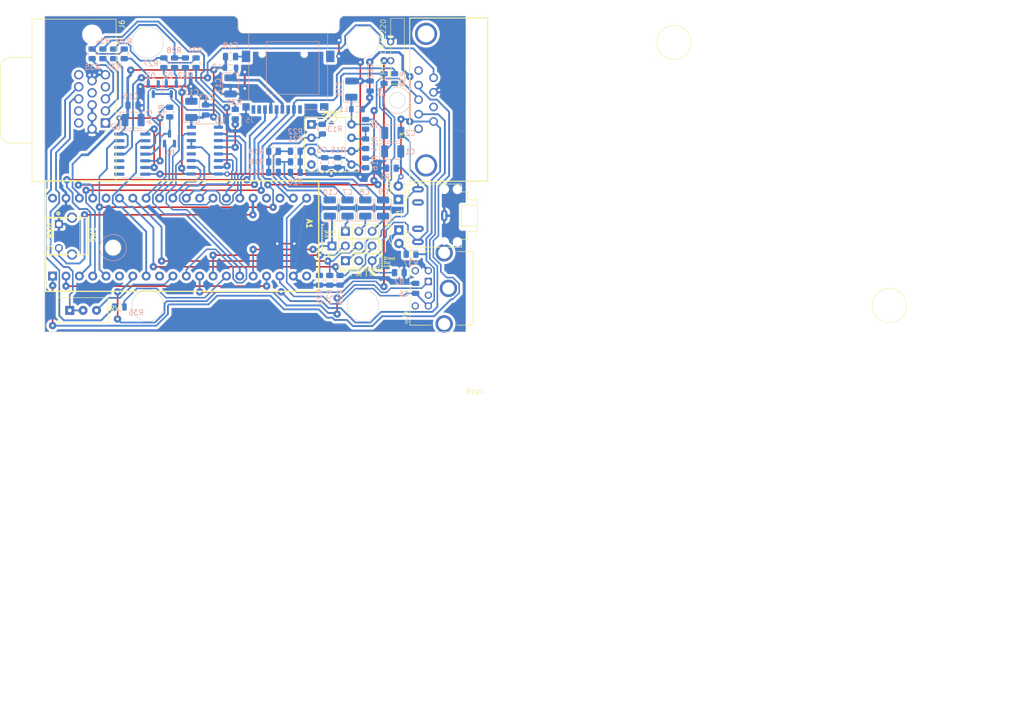
<source format=kicad_pcb>
(kicad_pcb (version 20221018) (generator pcbnew)
  (layers (0 "F.Cu" signal "Top Layer") (31 "B.Cu" signal "Bottom Layer") (34 "B.Paste" user "Bottom Paste") (35 "F.Paste" user "Top Paste") (36 "B.SilkS" user "Bottom Overlay") (37 "F.SilkS" user "Top Overlay") (38 "B.Mask" user "Bottom Solder") (39 "F.Mask" user "Top Solder") (44 "Edge.Cuts" user))
  (net 0 "")
  (net 1 "Net-(A1-A0)")
  (net 2 "Net-(A1-A1)")
  (net 3 "Net-(A1-A2)")
  (net 4 "Net-(A1-A3)")
  (net 5 "Net-(A1-A4)")
  (net 6 "Net-(A1-A5)")
  (net 7 "Net-(A1-A6)")
  (net 8 "/FLASH")
  (net 9 "/CHB(Middle)")
  (net 10 "/CHC(Right)")
  (net 11 "/SD_CLK")
  (net 12 "/3v3")
  (net 13 "GNDD")
  (net 14 "/CLK_PAD")
  (net 15 "Net-(A1-B13)")
  (net 16 "Net-(A1-B14)")
  (net 17 "Net-(A1-B15)")
  (net 18 "/Latch_PAD")
  (net 19 "Net-(A1-A10)")
  (net 20 "Net-(A1-A11)")
  (net 21 "/H_SYNC")
  (net 22 "/BLANK")
  (net 23 "/Data_PAD")
  (net 24 "/CHA(Left)")
  (net 25 "/V_SYNC")
  (net 26 "/INV")
  (net 27 "/BEEPER")
  (net 28 "Net-(C1-Pad2)")
  (net 29 "Net-(C2-Pad2)")
  (net 30 "Net-(D1-Pad3)")
  (net 31 "Net-(D2-Pad1)")
  (net 32 "Net-(D2-Pad2)")
  (net 33 "Net-(D3-Pad1)")
  (net 35 "/SD3v3")
  (net 36 "Net-(U3-Za)")
  (net 37 "Net-(U3-Zb)")
  (net 38 "Net-(U3-Zd)")
  (net 39 "Net-(J6-Pad1)")
  (net 40 "Net-(J6-Pad2)")
  (net 41 "Net-(J6-Pad3)")
  (net 42 "Net-(J6-Pad14)")
  (net 43 "/5V")
  (net 47 "/Latch_PAD2")
  (net 58 "Net-(J6-Pad13)")
  (net 60 "Net-(U2-Pad1)")
  (net 61 "Net-(U3-S)")
  (net 63 "Net-(C1-Pad1)")
  (net 64 "Net-(C2-Pad1)")
  (net 65 "Net-(U1A-+)")
  (net 66 "Net-(C7-Pad2)")
  (net 67 "Net-(C8-Pad2)")
  (net 68 "Net-(C9-Pad2)")
  (net 69 "Net-(C10-Pad2)")
  (net 70 "/SOUND5V")
  (net 71 "Net-(R13-Pad2)")
  (net 72 "Net-(R14-Pad2)")
  (net 73 "Net-(U1A--)")
  (net 74 "Net-(U1B--)")
  (net 75 "Net-(R27-Pad2)")
  (net 76 "Net-(R28-Pad2)")
  (net 77 "Net-(R29-Pad2)")
  (net 80 "/VBAT")
  (net 84 "Net-(D4-A)")
  (net 85 "Net-(D5-K)")
  (net 86 "/SD_CS")
  (net 87 "/RESET")
  (footprint "MyLibrary:PCB-STM32F411" (layer "F.Cu") (at 86.5 62)
    (fp_text reference "A1")
    (fp_text value "Black_Pill F411CEU6" hide)
  )
  (footprint "Package_DIP:DIP-8_W7.62mm" (layer "F.Cu") (at 110.668 40.5846)
    (fp_text reference "U1")
    (fp_text value "OPA2134" hide)
  )
  (footprint "MyLibrary:Джампер" (layer "F.Cu") (at 119.68 62.33 90)
    (fp_text reference "JP_MID" hide)
    (fp_text value "Джампер" hide)
  )
  (footprint "Connector_PinHeader_2.54mm:PinHeader_1x03_P2.54mm_Vertical" (layer "F.Cu") (at 117.1296 66.4846 90)
    (fp_text reference "REF**" hide)
    (fp_text value "PinHeader_1x03_P2.54mm_Vertical" hide)
  )
  (footprint "MyLibrary:Верхний корпус" (layer "F.Cu") (at 99.9492 121.501)
    (fp_text reference "Верх")
    (fp_text value "Верхний корпус")
  )
  (footprint "Connector_PinHeader_2.54mm:PinHeader_1x03_P2.54mm_Vertical" (layer "F.Cu") (at 117.1296 60.8966 90)
    (fp_text reference "REF**" hide)
    (fp_text value "PinHeader_1x03_P2.54mm_Vertical" hide)
  )
  (footprint "MyLibrary:TRIM_3296W-1-102LF" (layer "F.Cu") (at 67.295 75.915)
    (fp_text reference "RV1")
    (fp_text value "1k" hide)
  )
  (footprint "Package_DIP:DIP-8_W7.62mm_Socket" (layer "F.Cu") (at 110.668 40.5846)
    (fp_text reference "Soket")
    (fp_text value "DIP-8_W7.62mm_Socket" hide)
  )
  (footprint "MyLibrary:Switch SW_TL1105JAF160Q" (layer "F.Cu") (at 62.6874 61.800035 -90)
    (fp_text reference "SW1")
    (fp_text value "~" hide)
  )
  (footprint "Connector_PinHeader_2.54mm:PinHeader_1x04_P2.54mm_Vertical" (layer "F.Cu") (at 114.5796 63.6906 90)
    (fp_text reference "REF**" hide)
    (fp_text value "PinHeader_1x04_P2.54mm_Vertical" hide)
  )
  (footprint "MyLibrary:PS-2 (Mini Circular DIN 6 pin Connector)" (layer "F.Cu") (at 136.7 71.73 90)
    (fp_text reference "J4")
    (fp_text value "Mini-DIN-6" hide)
  )
  (footprint "MyLibrary:Джампер" (layer "F.Cu") (at 117.17 62.33 90)
    (fp_text reference "JP_Left" hide)
    (fp_text value "Джампер" hide)
  )
  (footprint "MyLibrary:Правильный джой" (layer "F.Cu") (at 132.45 35.88 90)
    (fp_text reference "J3")
    (fp_text value "GamePad (NES)" hide)
  )
  (footprint "MyLibrary:D-SUB 15FR (Видео правильный)" (layer "F.Cu") (at 69 36 -90)
    (fp_text reference "J6")
    (fp_text value "VGA" hide)
  )
  (footprint "LED_THT:LED_D3.0mm" (layer "F.Cu") (at 127.178 54.831 90)
    (fp_text reference "D5")
    (fp_text value "LED" hide)
  )
  (footprint "Connector_Audio:Jack_3.5mm_CUI_SJ1-3525N_Horizontal" (layer "F.Cu") (at 135.91 57.91 90)
    (fp_text reference "J1")
    (fp_text value "AudioJack3" hide)
  )
  (footprint "MyLibrary:Джампер" (layer "F.Cu") (at 122.18 62.33 90)
    (fp_text reference "JP_Right" hide)
    (fp_text value "Джампер" hide)
  )
  (footprint "LED_THT:LED_D3.0mm" (layer "F.Cu") (at 127.3 60.655 -90)
    (fp_text reference "D4")
    (fp_text value "LED" hide)
  )
  (footprint "MyLibrary:Нижний корпус" (layer "F.Cu") (at 200 50)
    (fp_text reference "Низ" hide)
    (fp_text value "Нижний корпус" hide)
  )
  (footprint "MyLibrary:Coin 12.5mm 3 V Lithium Battery" (layer "F.Cu") (at 125.725 26.675 90)
    (fp_text reference "CMOS CR12220")
    (fp_text value "Coin 12.5mm 3 V Lithium Battery" hide)
  )
  (footprint "Capacitor_Tantalum_SMD:CP_EIA-3528-21_Kemet-B" (layer "B.Cu") (at 124.2824 56.477 90)
    (fp_text reference "C9")
    (fp_text value "22u" hide)
  )
  (footprint "Resistor_SMD:R_0805_2012Metric" (layer "B.Cu") (at 73.09 27.175 -90)
    (fp_text reference "R33")
    (fp_text value "91" hide)
  )
  (footprint "Resistor_SMD:R_0805_2012Metric" (layer "B.Cu") (at 115.67 47.83 -90)
    (fp_text reference "R15")
    (fp_text value "10k" hide)
  )
  (footprint "Resistor_SMD:R_0805_2012Metric" (layer "B.Cu") (at 88.755 28.875 90)
    (fp_text reference "R31")
    (fp_text value "180" hide)
  )
  (footprint "Capacitor_Tantalum_SMD:CP_EIA-3528-21_Kemet-B" (layer "B.Cu") (at 120.9042 56.477 90)
    (fp_text reference "C8")
    (fp_text value "22u" hide)
  )
  (footprint "Resistor_SMD:R_0805_2012Metric" (layer "B.Cu") (at 120.96 40.58 90)
    (fp_text reference "R6")
    (fp_text value "33" hide)
  )
  (footprint "MyLibrary:SD Card Holder 112J-TDAR" (layer "B.Cu") (at 106.25 27.25)
    (fp_text reference "J5")
    (fp_text value "Micro_SD_Card" hide)
  )
  (footprint "Capacitor_SMD:C_0805_2012Metric" (layer "B.Cu") (at 76.77 36.95)
    (fp_text reference "C15")
    (fp_text value "0.1u" hide)
  )
  (footprint "Resistor_SMD:R_0805_2012Metric" (layer "B.Cu") (at 69.01 27.175 -90)
    (fp_text reference "R35")
    (fp_text value "91" hide)
  )
  (footprint "Capacitor_SMD:C_0805_2012Metric" (layer "B.Cu") (at 130.46 71.73 90)
    (fp_text reference "C6")
    (fp_text value "0.1u" hide)
  )
  (footprint "Resistor_SMD:R_0805_2012Metric" (layer "B.Cu") (at 103.47 49.7066 180)
    (fp_text reference "R17")
    (fp_text value "10k" hide)
  )
  (footprint "Capacitor_Tantalum_SMD:CP_EIA-3528-21_Kemet-B" (layer "B.Cu") (at 118.26 33.88 90)
    (fp_text reference "C16")
    (fp_text value "47u" hide)
  )
  (footprint "Resistor_SMD:R_0805_2012Metric" (layer "B.Cu") (at 74.175 75.275)
    (fp_text reference "R36")
    (fp_text value "270" hide)
  )
  (footprint "Package_TO_SOT_SMD:SOT-23" (layer "B.Cu") (at 83.71 43.3 90)
    (fp_text reference "D1")
    (fp_text value "BAT54A" hide)
  )
  (footprint "Resistor_SMD:R_0805_2012Metric" (layer "B.Cu") (at 82.635 28.875 90)
    (fp_text reference "R27")
    (fp_text value "51" hide)
  )
  (footprint "Resistor_SMD:R_0805_2012Metric" (layer "B.Cu") (at 107.61 45.6868)
    (fp_text reference "R22")
    (fp_text value "43k" hide)
  )
  (footprint "Package_TO_SOT_SMD:SOT-23" (layer "B.Cu") (at 80.63 33.87 -90)
    (fp_text reference "D3")
    (fp_text value "BAT54C" hide)
  )
  (footprint "Resistor_SMD:R_0805_2012Metric" (layer "B.Cu") (at 114.15 70.2 -90)
    (fp_text reference "R24")
    (fp_text value "2k" hide)
  )
  (footprint "Resistor_SMD:R_0805_2012Metric" (layer "B.Cu") (at 83.75 38.24 -90)
    (fp_text reference "R26")
    (fp_text value "10k" hide)
  )
  (footprint "Capacitor_Tantalum_SMD:CP_EIA-3528-21_Kemet-B" (layer "B.Cu") (at 117.526 56.477 90)
    (fp_text reference "C7")
    (fp_text value "22u" hide)
  )
  (footprint "Package_SO:SO-16_3.9x9.9mm_P1.27mm" (layer "B.Cu") (at 90.43 45.56 180)
    (fp_text reference "U3")
    (fp_text value "74HC157" hide)
  )
  (footprint "Resistor_SMD:R_0805_2012Metric" (layer "B.Cu") (at 129.6 65.25)
    (fp_text reference "R37")
    (fp_text value "270" hide)
  )
  (footprint "Resistor_SMD:R_0805_2012Metric" (layer "B.Cu") (at 120.96 44.26 90)
    (fp_text reference "R14")
    (fp_text value "10k" hide)
  )
  (footprint "Inductor_SMD:L_0805_2012Metric" (layer "B.Cu") (at 119.33 37.7 180)
    (fp_text reference "L1")
    (fp_text value "33u" hide)
  )
  (footprint "Capacitor_SMD:C_0805_2012Metric" (layer "B.Cu") (at 95.3 27.7025)
    (fp_text reference "C18")
    (fp_text value "0.1u" hide)
  )
  (footprint "Resistor_SMD:R_0805_2012Metric" (layer "B.Cu") (at 75.105397 27.175 90)
    (fp_text reference "R29")
    (fp_text value "51" hide)
  )
  (footprint "Resistor_SMD:R_0805_2012Metric" (layer "B.Cu") (at 124.465 31.875 -90)
    (fp_text reference "R5")
    (fp_text value "33" hide)
  )
  (footprint "Resistor_SMD:R_0805_2012Metric" (layer "B.Cu") (at 120.96 47.9125 -90)
    (fp_text reference "R16")
    (fp_text value "10k" hide)
  )
  (footprint "Resistor_SMD:R_0805_2012Metric" (layer "B.Cu") (at 84.675 28.875 90)
    (fp_text reference "R28")
    (fp_text value "51" hide)
  )
  (footprint "Resistor_SMD:R_0805_2012Metric" (layer "B.Cu") (at 127.38 68.75 180)
    (fp_text reference "R2")
    (fp_text value "47k" hide)
  )
  (footprint "Resistor_SMD:R_0805_2012Metric" (layer "B.Cu") (at 116.1018 70.2 -90)
    (fp_text reference "R23")
    (fp_text value "2k" hide)
  )
  (footprint "Resistor_SMD:R_0805_2012Metric" (layer "B.Cu") (at 103.47 45.6934 180)
    (fp_text reference "R19")
    (fp_text value "43k" hide)
  )
  (footprint "Package_TO_SOT_SMD:SOT-23" (layer "B.Cu") (at 84.05 33.87 -90)
    (fp_text reference "D2")
    (fp_text value "BAT54C" hide)
  )
  (footprint "Resistor_SMD:R_0805_2012Metric" (layer "B.Cu") (at 125.86 48.9)
    (fp_text reference "R1")
    (fp_text value "47k" hide)
  )
  (footprint "Capacitor_Tantalum_SMD:CP_EIA-3528-21_Kemet-B" (layer "B.Cu") (at 114.1478 56.477 90)
    (fp_text reference "C10")
    (fp_text value "10u" hide)
  )
  (footprint "Package_SO:SO-14_3.9x8.65mm_P1.27mm" (layer "B.Cu") (at 76.64 46.23 180)
    (fp_text reference "U2")
    (fp_text value "74HC86" hide)
  )
  (footprint "MyLibrary:SD Card" (layer "B.Cu") (at 107.112 29.8578 180)
    (fp_text reference "SD Card" hide)
    (fp_text value "SD Card" hide)
  )
  (footprint "Capacitor_SMD:C_0805_2012Metric" (layer "B.Cu") (at 90.57 37.85 90)
    (fp_text reference "C13")
    (fp_text value "0.1u" hide)
  )
  (footprint "Resistor_SMD:R_0805_2012Metric" (layer "B.Cu") (at 107.61 49.7)
    (fp_text reference "R20")
    (fp_text value "10k" hide)
  )
  (footprint "Capacitor_Tantalum_SMD:CP_EIA-3528-21_Kemet-B" (layer "B.Cu") (at 87.86 37.7325 90)
    (fp_text reference "C11")
    (fp_text value "10u" hide)
  )
  (footprint "Resistor_SMD:R_0805_2012Metric" (layer "B.Cu") (at 86.715 28.875 90)
    (fp_text reference "R32")
    (fp_text value "180" hide)
  )
  (footprint "Resistor_SMD:R_0805_2012Metric" (layer "B.Cu") (at 126.475 31.875 90)
    (fp_text reference "R38")
    (fp_text value "180" hide)
  )
  (footprint "Resistor_SMD:R_0805_2012Metric" (layer "B.Cu") (at 107.62 47.7)
    (fp_text reference "R21")
    (fp_text value "27k" hide)
  )
  (footprint "Inductor_SMD:L_0805_2012Metric" (layer "B.Cu") (at 95.3 29.8125)
    (fp_text reference "L2")
    (fp_text value "33u" hide)
  )
  (footprint "Resistor_SMD:R_0805_2012Metric" (layer "B.Cu") (at 112.1942 70.2 -90)
    (fp_text reference "R25")
    (fp_text value "2k" hide)
  )
  (footprint "Resistor_SMD:R_0805_2012Metric" (layer "B.Cu") (at 112.75 41.49 90)
    (fp_text reference "R13")
    (fp_text value "10k" hide)
  )
  (footprint "Capacitor_Tantalum_SMD:CP_EIA-3528-21_Kemet-B" (layer "B.Cu") (at 126.1366 42.2022)
    (fp_text reference "C2")
    (fp_text value "220u" hide)
  )
  (footprint "Resistor_SMD:R_0805_2012Metric" (layer "B.Cu") (at 71.05 27.175 -90)
    (fp_text reference "R34")
    (fp_text value "91" hide)
  )
  (footprint "Capacitor_Tantalum_SMD:CP_EIA-3528-21_Kemet-B" (layer "B.Cu") (at 126.1112 45.7074)
    (fp_text reference "C1")
    (fp_text value "220u" hide)
  )
  (footprint "Capacitor_SMD:C_0805_2012Metric" (layer "B.Cu") (at 121.82 33.28 90)
    (fp_text reference "C12")
    (fp_text value "0.1u" hide)
  )
  (footprint "Capacitor_SMD:C_0805_2012Metric" (layer "B.Cu") (at 113.2 47.86 -90)
    (fp_text reference "C5")
    (fp_text value "10u" hide)
  )
  (footprint "Resistor_SMD:R_0805_2012Metric" (layer "B.Cu") (at 103.47 47.7 180)
    (fp_text reference "R18")
    (fp_text value "27k" hide)
  )
  (footprint "Capacitor_Tantalum_SMD:CP_EIA-3528-21_Kemet-B" (layer "B.Cu") (at 76.78 39.77)
    (fp_text reference "C14")
    (fp_text value "10u" hide)
  )
  (footprint "Resistor_SMD:R_0805_2012Metric" (layer "B.Cu") (at 96.2 38.63 90)
    (fp_text reference "R30")
    (fp_text value "180" hide)
  )
  (footprint "Capacitor_Tantalum_SMD:CP_EIA-3528-21_Kemet-B" (layer "B.Cu") (at 95.3 33.2625 -90)
    (fp_text reference "C17")
    (fp_text value "47u" hide)
  )
  (gr_circle (center 127 36) (end 129.5 36) (stroke (width 0.1)) (fill none) (layer "B.SilkS"))
  (gr_circle (center 73 64) (end 75.5 64) (stroke (width 0.1)) (fill none) (layer "B.SilkS"))
  (gr_line (start 124.087 63.073) (end 123.833 62.819) (stroke (width 0.15)) (layer "F.SilkS"))
  (gr_line (start 123.5204 69.3929) (end 123.5204 67.9959) (stroke (width 0.15)) (layer "F.SilkS"))
  (gr_line (start 112.6238 59.5631) (end 112.9032 59.8425) (stroke (width 0.15)) (layer "F.SilkS"))
  (gr_line (start 112.6492 60.6045) (end 112.9032 60.8585) (stroke (width 0.15)) (layer "F.SilkS"))
  (gr_line (start 121.082 69.3929) (end 121.082 67.9959) (stroke (width 0.15)) (layer "F.SilkS"))
  (gr_line (start 124.1124 68.1784) (end 123.833 67.899) (stroke (width 0.15)) (layer "F.SilkS"))
  (gr_line (start 124.3973 67.5289) (end 125.8959 67.5289) (stroke (width 0.15)) (layer "F.SilkS"))
  (gr_line (start 113.2588 66.6243) (end 113.2588 65.2273) (stroke (width 0.15)) (layer "F.SilkS"))
  (gr_line (start 112.6492 62.1285) (end 112.9032 62.3825) (stroke (width 0.15)) (layer "F.SilkS"))
  (gr_line (start 112.6492 63.6525) (end 112.9032 63.9065) (stroke (width 0.15)) (layer "F.SilkS"))
  (gr_line (start 124.087 63.581) (end 123.833 63.327) (stroke (width 0.15)) (layer "F.SilkS"))
  (gr_line (start 114.9352 60.7315) (end 114.9352 59.2329) (stroke (width 0.15)) (layer "F.SilkS"))
  (gr_line (start 124.087 65.613) (end 123.833 65.359) (stroke (width 0.15)) (layer "F.SilkS"))
  (gr_line (start 124.087 64.089) (end 123.833 63.835) (stroke (width 0.15)) (layer "F.SilkS"))
  (gr_line (start 112.6492 61.1125) (end 112.9032 61.3665) (stroke (width 0.15)) (layer "F.SilkS"))
  (gr_line (start 124.1124 68.1784) (end 123.6552 68.1784) (stroke (width 0.15)) (layer "F.SilkS"))
  (gr_line (start 114.9352 59.2329) (end 115.113 59.6647) (stroke (width 0.15)) (layer "F.SilkS"))
  (gr_line (start 112.6492 62.6365) (end 112.9032 62.8905) (stroke (width 0.15)) (layer "F.SilkS"))
  (gr_line (start 112.6238 59.5631) (end 113.081 59.5631) (stroke (width 0.15)) (layer "F.SilkS"))
  (gr_line (start 112.6492 61.6205) (end 112.9032 61.8745) (stroke (width 0.15)) (layer "F.SilkS"))
  (gr_line (start 124.087 66.629) (end 123.833 66.375) (stroke (width 0.15)) (layer "F.SilkS"))
  (gr_line (start 124.087 67.137) (end 123.833 66.883) (stroke (width 0.15)) (layer "F.SilkS"))
  (gr_line (start 124.1124 62.6666) (end 123.6552 62.6666) (stroke (width 0.15)) (layer "F.SilkS"))
  (gr_line (start 112.6492 60.0965) (end 112.9032 60.3505) (stroke (width 0.15)) (layer "F.SilkS"))
  (gr_line (start 124.1124 68.1784) (end 124.1124 62.6666) (stroke (width 0.15)) (layer "F.SilkS"))
  (gr_line (start 125.8959 67.5289) (end 125.4641 67.3511) (stroke (width 0.15)) (layer "F.SilkS"))
  (gr_line (start 112.6492 64.6685) (end 112.9032 64.9225) (stroke (width 0.15)) (layer "F.SilkS"))
  (gr_line (start 118.3134 69.3929) (end 118.3134 67.9959) (stroke (width 0.15)) (layer "F.SilkS"))
  (gr_line (start 124.087 64.597) (end 123.833 64.343) (stroke (width 0.15)) (layer "F.SilkS"))
  (gr_line (start 124.087 66.121) (end 123.833 65.867) (stroke (width 0.15)) (layer "F.SilkS"))
  (gr_line (start 112.6492 64.1605) (end 112.9032 64.4145) (stroke (width 0.15)) (layer "F.SilkS"))
  (gr_line (start 112.6238 59.5631) (end 112.6238 65.0749) (stroke (width 0.15)) (layer "F.SilkS"))
  (gr_line (start 124.087 65.105) (end 123.833 64.851) (stroke (width 0.15)) (layer "F.SilkS"))
  (gr_line (start 112.6492 63.1445) (end 112.9032 63.3985) (stroke (width 0.15)) (layer "F.SilkS"))
  (gr_line (start 112.6238 65.0749) (end 113.081 65.0749) (stroke (width 0.15)) (layer "F.SilkS"))
  (gr_line (start 114.9352 59.2329) (end 114.7574 59.6647) (stroke (width 0.15)) (layer "F.SilkS"))
  (gr_line (start 125.8959 67.5289) (end 125.4641 67.7067) (stroke (width 0.15)) (layer "F.SilkS"))
  (gr_line (start 124.087 67.645) (end 123.833 67.391) (stroke (width 0.15)) (layer "F.SilkS"))
  (gr_arc (start 95.75 20) (mid 96.457107 20.292893) (end 96.75 21) (stroke (width 0.1)) (layer "Edge.Cuts"))
  (gr_arc (start 116 21) (mid 116.292893 20.292893) (end 117 20) (stroke (width 0.1)) (layer "Edge.Cuts"))
  (gr_line (start 138.7 55.97) (end 138.7 60.26) (stroke (width 0.1)) (layer "Edge.Cuts"))
  (gr_line (start 140 20) (end 140 55.47) (stroke (width 0.1)) (layer "Edge.Cuts"))
  (gr_circle (center 79.55 25) (end 82.55 25) (stroke (width 0.1)) (fill none) (layer "Edge.Cuts"))
  (gr_line (start 140 20) (end 117 20) (stroke (width 0.1)) (layer "Edge.Cuts"))
  (gr_circle (center 73 64) (end 74.5 64) (stroke (width 0.1)) (fill none) (layer "Edge.Cuts"))
  (gr_line (start 139.2 55.47) (end 140 55.47) (stroke (width 0.1)) (layer "Edge.Cuts"))
  (gr_line (start 140 80) (end 140 60.76) (stroke (width 0.1)) (layer "Edge.Cuts"))
  (gr_line (start 96.75 22.25) (end 96.75 21) (stroke (width 0.1)) (layer "Edge.Cuts"))
  (gr_circle (center 127 36) (end 128.5 36) (stroke (width 0.1)) (fill none) (layer "Edge.Cuts"))
  (gr_line (start 60 80) (end 140 80) (stroke (width 0.1)) (layer "Edge.Cuts"))
  (gr_line (start 139.2 60.76) (end 140 60.76) (stroke (width 0.1)) (layer "Edge.Cuts"))
  (gr_arc (start 97.75 23.25) (mid 97.042893 22.957107) (end 96.75 22.25) (stroke (width 0.1)) (layer "Edge.Cuts"))
  (gr_arc (start 138.7 55.97) (mid 138.846447 55.616447) (end 139.2 55.47) (stroke (width 0.1)) (layer "Edge.Cuts"))
  (gr_line (start 97.75 23.25) (end 115 23.25) (stroke (width 0.1)) (layer "Edge.Cuts"))
  (gr_arc (start 116 22.25) (mid 115.707107 22.957107) (end 115 23.25) (stroke (width 0.1)) (layer "Edge.Cuts"))
  (gr_line (start 116 22.25) (end 116 21) (stroke (width 0.1)) (layer "Edge.Cuts"))
  (gr_circle (center 120.45 25) (end 123.45 25) (stroke (width 0.1)) (fill none) (layer "Edge.Cuts"))
  (gr_circle (center 120.45 75) (end 123.45 75) (stroke (width 0.1)) (fill none) (layer "Edge.Cuts"))
  (gr_circle (center 79.55 75) (end 82.55 75) (stroke (width 0.1)) (fill none) (layer "Edge.Cuts"))
  (gr_line (start 60 20) (end 60 80) (stroke (width 0.1)) (layer "Edge.Cuts"))
  (gr_line (start 60 20) (end 95.75 20) (stroke (width 0.1)) (layer "Edge.Cuts"))
  (gr_arc (start 139.2 60.76) (mid 138.846447 60.613553) (end 138.7 60.26) (stroke (width 0.1)) (layer "Edge.Cuts"))
  (gr_text "Direct\nOut\n" (at 124.3332 67.145) (layer "F.SilkS") (effects (font (size 0.5 0.5) (thickness 0.1)) (justify left bottom)))
  (gr_text "Right\n(C)\n" (at 122.2758 69.3294) (layer "F.SilkS") (effects (font (size 0.5 0.5) (thickness 0.1)) (justify bottom)))
  (gr_text "Middle\n(B)\n" (at 119.6342 69.3294) (layer "F.SilkS") (effects (font (size 0.5 0.5) (thickness 0.1)) (justify bottom)))
  (gr_text "Left(A)\n" (at 116.9672 68.542) (layer "F.SilkS") (effects (font (size 0.5 0.5) (thickness 0.1)) (justify bottom)))
  (gr_text "Sound\nDriver\n" (at 114.2748 62.1158) (layer "F.SilkS") (effects (font (size 0.5 0.5) (thickness 0.1)) (justify bottom)))
  (gr_text "BEEP" (at 113.589 65.8496) (layer "F.SilkS") (effects (font (size 0.5 0.5) (thickness 0.1)) (justify left bottom)))
  (segment (start 94.77 42.84) (end 94.315 42.385) (width 0.35) (layer "B.Cu") (net 1))
  (segment (start 94.315 42.385) (end 93.005 42.385) (width 0.35) (layer "B.Cu") (net 1))
  (segment (start 96.93 42.84) (end 94.77 42.84) (width 0.35) (layer "B.Cu") (net 1))
  (segment (start 97.275 50.634009) (end 98.13 49.779009) (width 0.35) (layer "B.Cu") (net 1))
  (segment (start 97.275 54.385) (end 97.275 50.634009) (width 0.35) (layer "B.Cu") (net 1))
  (segment (start 98.13 49.779009) (end 98.13 44.04) (width 0.35) (layer "B.Cu") (net 1))
  (segment (start 98.13 44.04) (end 96.93 42.84) (width 0.35) (layer "B.Cu") (net 1))
  (segment (start 96.46 47.14) (end 95.515 46.195) (width 0.3) (layer "B.Cu") (net 2))
  (segment (start 94.52 53.273174) (end 94.52 54.6) (width 0.35) (layer "B.Cu") (net 2))
  (segment (start 96.105 49.917183) (end 96.46 49.562183) (width 0.3) (layer "B.Cu") (net 2))
  (segment (start 96.46 49.562183) (end 96.46 47.14) (width 0.3) (layer "B.Cu") (net 2))
  (segment (start 96.105 51.688174) (end 96.105 49.917183) (width 0.3) (layer "B.Cu") (net 2))
  (segment (start 95.856587 51.936587) (end 96.105 51.688174) (width 0.3) (layer "B.Cu") (net 2))
  (segment (start 95.515 46.195) (end 93.005 46.195) (width 0.3) (layer "B.Cu") (net 2))
  (segment (start 95.856587 51.936587) (end 94.52 53.273174) (width 0.35) (layer "B.Cu") (net 2))
  (segment (start 90.31 48.65) (end 89.125 47.465) (width 0.35) (layer "B.Cu") (net 3))
  (segment (start 85.64 54.04) (end 87.44 52.24) (width 0.3) (layer "B.Cu") (net 3))
  (segment (start 90.73 55.85) (end 86.382233 55.85) (width 0.3) (layer "B.Cu") (net 3))
  (segment (start 87.44 52.24) (end 89.13 52.24) (width 0.35) (layer "B.Cu") (net 3))
  (segment (start 86.382233 55.85) (end 85.64 55.107767) (width 0.3) (layer "B.Cu") (net 3))
  (segment (start 89.125 47.465) (end 87.855 47.465) (width 0.35) (layer "B.Cu") (net 3))
  (segment (start 85.64 55.107767) (end 85.64 54.04) (width 0.3) (layer "B.Cu") (net 3))
  (segment (start 90.31 51.06) (end 90.31 48.65) (width 0.35) (layer "B.Cu") (net 3))
  (segment (start 89.13 52.24) (end 90.31 51.06) (width 0.35) (layer "B.Cu") (net 3))
  (segment (start 91.98 54.6) (end 90.73 55.85) (width 0.3) (layer "B.Cu") (net 3))
  (segment (start 95.78 55.107767) (end 95.037767 55.85) (width 0.3) (layer "B.Cu") (net 4))
  (segment (start 97.29 49.67) (end 96.7 50.26) (width 0.3) (layer "B.Cu") (net 4))
  (segment (start 95.78 54.013654) (end 95.78 55.107767) (width 0.3) (layer "B.Cu") (net 4))
  (segment (start 90.85 53.19) (end 89.44 54.6) (width 0.3) (layer "B.Cu") (net 4))
  (segment (start 96.7 50.26) (end 96.7 53.093654) (width 0.3) (layer "B.Cu") (net 4))
  (segment (start 96.7 53.093654) (end 95.78 54.013654) (width 0.3) (layer "B.Cu") (net 4))
  (segment (start 95.037767 55.85) (end 93.91 55.85) (width 0.3) (layer "B.Cu") (net 4))
  (segment (start 96.470635 43.655) (end 97.29 44.474365) (width 0.35) (layer "B.Cu") (net 4))
  (segment (start 92.59 53.19) (end 90.85 53.19) (width 0.3) (layer "B.Cu") (net 4))
  (segment (start 93.25 53.85) (end 92.59 53.19) (width 0.3) (layer "B.Cu") (net 4))
  (segment (start 93.005 43.655) (end 96.470635 43.655) (width 0.35) (layer "B.Cu") (net 4))
  (segment (start 97.29 44.474365) (end 97.29 49.67) (width 0.35) (layer "B.Cu") (net 4))
  (segment (start 93.25 55.19) (end 93.25 53.85) (width 0.3) (layer "B.Cu") (net 4))
  (segment (start 93.91 55.85) (end 93.25 55.19) (width 0.3) (layer "B.Cu") (net 4))
  (segment (start 90.737818 51.95) (end 89.527818 53.16) (width 0.35) (layer "B.Cu") (net 5))
  (segment (start 95.53 51.02) (end 94.6 51.95) (width 0.35) (layer "B.Cu") (net 5))
  (segment (start 95.7405 49.3495) (end 95.5405 49.5495) (width 0.3) (layer "B.Cu") (net 5))
  (segment (start 89.527818 53.16) (end 88.34 53.16) (width 0.35) (layer "B.Cu") (net 5))
  (segment (start 95.515 47.325) (end 95.7405 47.5505) (width 0.3) (layer "B.Cu") (net 5))
  (segment (start 95.515 47.325) (end 93.145 47.325) (width 0.3) (layer "B.Cu") (net 5))
  (segment (start 94.6 51.95) (end 90.737818 51.95) (width 0.35) (layer "B.Cu") (net 5))
  (segment (start 88.34 53.16) (end 86.9 54.6) (width 0.35) (layer "B.Cu") (net 5))
  (segment (start 95.5405 49.5495) (end 95.5405 51.0095) (width 0.3) (layer "B.Cu") (net 5))
  (segment (start 95.7405 47.5505) (end 95.7405 49.3495) (width 0.3) (layer "B.Cu") (net 5))
  (segment (start 95.5405 51.0095) (end 95.53 51.02) (width 0.3) (layer "B.Cu") (net 5))
  (segment (start 93.145 47.325) (end 93.005 47.465) (width 0.35) (layer "B.Cu") (net 5))
  (segment (start 84.36 54.1) (end 87.03 51.43) (width 0.35) (layer "B.Cu") (net 6))
  (segment (start 88.68 51.43) (end 89.57 50.54) (width 0.35) (layer "B.Cu") (net 6))
  (segment (start 89.57 49.34) (end 88.965 48.735) (width 0.35) (layer "B.Cu") (net 6))
  (segment (start 84.36 54.6) (end 84.36 54.1) (width 0.3) (layer "B.Cu") (net 6))
  (segment (start 87.03 51.43) (end 88.68 51.43) (width 0.35) (layer "B.Cu") (net 6))
  (segment (start 88.965 48.735) (end 87.855 48.735) (width 0.35) (layer "B.Cu") (net 6))
  (segment (start 87.472183 48.735) (end 87.855 48.735) (width 0.3) (layer "B.Cu") (net 6))
  (segment (start 89.57 50.54) (end 89.57 49.34) (width 0.35) (layer "B.Cu") (net 6))
  (segment (start 84.32 46.73) (end 85.52 45.53) (width 0.3) (layer "B.Cu") (net 7))
  (segment (start 85.52 37.25) (end 84.05 35.78) (width 0.3) (layer "B.Cu") (net 7))
  (segment (start 84.32 51.4) (end 84.32 46.73) (width 0.3) (layer "B.Cu") (net 7))
  (segment (start 81.82 53.9) (end 84.32 51.4) (width 0.3) (layer "B.Cu") (net 7))
  (segment (start 81.82 54.6) (end 81.82 53.9) (width 0.3) (layer "B.Cu") (net 7))
  (segment (start 85.52 45.53) (end 85.52 37.25) (width 0.3) (layer "B.Cu") (net 7))
  (segment (start 84.05 35.78) (end 84.05 34.8075) (width 0.3) (layer "B.Cu") (net 7))
  (segment (start 84.05 34.8075) (end 80.63 34.8075) (width 0.35) (layer "B.Cu") (net 7))
  (segment (start 83 44.4775) (end 82.76 44.2375) (width 0.3) (layer "B.Cu") (net 8))
  (segment (start 79.28 54.23) (end 83 50.51) (width 0.3) (layer "B.Cu") (net 8))
  (segment (start 83 50.51) (end 83 44.4775) (width 0.3) (layer "B.Cu") (net 8))
  (segment (start 79.28 54.6) (end 79.28 54.23) (width 0.3) (layer "B.Cu") (net 8))
  (segment (start 113.77 66.53) (end 113.78 66.54) (width 0.3) (layer "F.Cu") (net 9))
  (segment (start 82.21 66.5405) (end 82.2205 66.53) (width 0.3) (layer "F.Cu") (net 9))
  (segment (start 82.2205 66.53) (end 113.77 66.53) (width 0.3) (layer "F.Cu") (net 9))
  (via (at 82.21 66.5405) (size 1.4) (drill 0.5) (layers "F.Cu" "B.Cu") (net 9))
  (via (at 113.78 66.54) (size 1.4) (drill 0.5) (layers "F.Cu" "B.Cu") (net 9))
  (segment (start 119.6696 60.8966) (end 120.9042 59.662) (width 0.35) (layer "B.Cu") (net 9))
  (segment (start 119.6596 60.9066) (end 119.6696 60.8966) (width 0.3) (layer "B.Cu") (net 9))
  (segment (start 116.29 65.03) (end 117.95 65.03) (width 0.3) (layer "B.Cu") (net 9))
  (segment (start 82.21 60.07) (end 76.74 54.6) (width 0.35) (layer "B.Cu") (net 9))
  (segment (start 82.21 66.5405) (end 82.21 60.07) (width 0.35) (layer "B.Cu") (net 9))
  (segment (start 114.78 66.54) (end 116.29 65.03) (width 0.3) (layer "B.Cu") (net 9))
  (segment (start 119.2894 63.6906) (end 119.6596 63.6906) (width 0.3) (layer "B.Cu") (net 9))
  (segment (start 113.78 66.54) (end 114.15 66.91) (width 0.3) (layer "B.Cu") (net 9))
  (segment (start 117.95 65.03) (end 119.2894 63.6906) (width 0.3) (layer "B.Cu") (net 9))
  (segment (start 113.78 66.54) (end 114.78 66.54) (width 0.3) (layer "B.Cu") (net 9))
  (segment (start 114.15 66.91) (end 114.15 69.2875) (width 0.3) (layer "B.Cu") (net 9))
  (segment (start 120.9042 59.662) (end 120.9042 58.0145) (width 0.35) (layer "B.Cu") (net 9))
  (segment (start 115.247197 67.64) (end 80.67 67.64) (width 0.3) (layer "F.Cu") (net 10))
  (segment (start 115.269666 67.617531) (end 115.247197 67.64) (width 0.3) (layer "F.Cu") (net 10))
  (segment (start 80.67 67.64) (end 80.65 67.62) (width 0.3) (layer "F.Cu") (net 10))
  (via (at 80.65 67.62) (size 1.4) (drill 0.5) (layers "F.Cu" "B.Cu") (net 10))
  (via (at 115.269666 67.617531) (size 1.4) (drill 0.5) (layers "F.Cu" "B.Cu") (net 10))
  (segment (start 121.89 64.53) (end 121.89 64.0002) (width 0.3) (layer "B.Cu") (net 10))
  (segment (start 80.65 67.62) (end 80.65 60.19) (width 0.35) (layer "B.Cu") (net 10))
  (segment (start 120.94 67.11) (end 120.94 65.48) (width 0.3) (layer "B.Cu") (net 10))
  (segment (start 116.1018 69.2875) (end 117.0875 69.2875) (width 0.3) (layer "B.Cu") (net 10))
  (segment (start 80.65 60.19) (end 76.69 56.23) (width 0.35) (layer "B.Cu") (net 10))
  (segment (start 122.2096 60.8966) (end 124.2824 58.8238) (width 0.35) (layer "B.Cu") (net 10))
  (segment (start 115.269666 68.455366) (end 116.1018 69.2875) (width 0.3) (layer "B.Cu") (net 10))
  (segment (start 115.269666 67.617531) (end 115.269666 68.455366) (width 0.3) (layer "B.Cu") (net 10))
  (segment (start 122.1996 60.9066) (end 122.2096 60.8966) (width 0.3) (layer "B.Cu") (net 10))
  (segment (start 124.2824 58.8238) (end 124.2824 58.0145) (width 0.35) (layer "B.Cu") (net 10))
  (segment (start 117.0875 69.2875) (end 118.05 68.325) (width 0.3) (layer "B.Cu") (net 10))
  (segment (start 118.05 68.325) (end 119.725 68.325) (width 0.3) (layer "B.Cu") (net 10))
  (segment (start 76.69 56.23) (end 75.83 56.23) (width 0.35) (layer "B.Cu") (net 10))
  (segment (start 121.89 64.0002) (end 122.1996 63.6906) (width 0.3) (layer "B.Cu") (net 10))
  (segment (start 120.94 65.48) (end 121.89 64.53) (width 0.3) (layer "B.Cu") (net 10))
  (segment locked (start 75.83 56.23) (end 74.2 54.6) (width 0.3) (layer "B.Cu") (net 10))
  (segment (start 119.725 68.325) (end 120.94 67.11) (width 0.3) (layer "B.Cu") (net 10))
  (segment (start 99.844021 52.0005) (end 99.744521 52.1) (width 0.3) (layer "F.Cu") (net 11))
  (segment (start 99.744521 52.1) (end 66.55 52.1) (width 0.3) (layer "F.Cu") (net 11))
  (via (at 99.844021 52.0005) (size 1.4) (drill 0.5) (layers "F.Cu" "B.Cu") (net 11))
  (via (at 66.4 52.1) (size 1.4) (drill 0.5) (layers "F.Cu" "B.Cu") (net 11))
  (segment (start 99.844021 52.0005) (end 99.844021 43.385979) (width 0.35) (layer "B.Cu") (net 11))
  (segment (start 99.844021 43.385979) (end 104.05 39.18) (width 0.35) (layer "B.Cu") (net 11))
  (segment (start 69.12 52.44) (end 69.12 54.6) (width 0.35) (layer "B.Cu") (net 11))
  (segment (start 66.4 52.1) (end 66.525 51.975) (width 0.35) (layer "B.Cu") (net 11))
  (segment (start 66.525 51.975) (end 68.655 51.975) (width 0.35) (layer "B.Cu") (net 11))
  (segment (start 68.655 51.975) (end 69.12 52.44) (width 0.35) (layer "B.Cu") (net 11))
  (segment (start 104.05 39.18) (end 104.05 37.75) (width 0.35) (layer "B.Cu") (net 11))
  (segment (start 92.1055 30.22) (end 92.1055 39.1545) (width 0.3) (layer "F.Cu") (net 12))
  (segment (start 92.1055 39.1545) (end 92.09 39.17) (width 0.3) (layer "F.Cu") (net 12))
  (segment (start 92.0855 30.24) (end 92.1055 30.22) (width 0.3) (layer "F.Cu") (net 12))
  (segment (start 81.89 47.4995) (end 81.9005 47.51) (width 0.3) (layer "F.Cu") (net 12))
  (segment (start 81.88 39.38) (end 81.89 39.39) (width 0.3) (layer "F.Cu") (net 12))
  (segment (start 76.35 30.275) (end 76.385 30.24) (width 0.3) (layer "F.Cu") (net 12))
  (segment (start 76.385 30.24) (end 92.0855 30.24) (width 0.3) (layer "F.Cu") (net 12))
  (segment (start 81.88 39.38) (end 81.651 39.38) (width 0.3) (layer "F.Cu") (net 12))
  (segment (start 81.89 39.39) (end 81.89 47.4995) (width 0.3) (layer "F.Cu") (net 12))
  (segment (start 74.15 39.38) (end 81.88 39.38) (width 0.3) (layer "F.Cu") (net 12))
  (via (at 81.9005 47.51) (size 1.4) (drill 0.5) (layers "F.Cu" "B.Cu") (net 12))
  (via (at 74.15 39.38) (size 1) (drill 0.5) (layers "F.Cu" "B.Cu") (net 12))
  (via (at 76.35 30.275) (size 1.4) (drill 0.5) (layers "F.Cu" "B.Cu") (net 12))
  (via (at 81.88 39.38) (size 1.4) (drill 0.5) (layers "F.Cu" "B.Cu") (net 12))
  (via (at 92.1055 30.22) (size 1.4) (drill 0.5) (layers "F.Cu" "B.Cu") (net 12))
  (via (at 92.09 39.17) (size 1.4) (drill 0.5) (layers "F.Cu" "B.Cu") (net 12))
  (segment (start 94.4034 30.1561) (end 94.2909 30.2686) (width 0.3) (layer "B.Cu") (net 12))
  (segment (start 87.855 41.115) (end 87.855 39.275) (width 0.5) (layer "B.Cu") (net 12))
  (segment (start 66.58 54.6) (end 66.58 53.835635) (width 0.35) (layer "B.Cu") (net 12))
  (segment (start 92.513 29.8125) (end 94.2375 29.8125) (width 0.5) (layer "B.Cu") (net 12))
  (segment (start 75.2425 41.3425) (end 74.165 42.42) (width 0.35) (layer "B.Cu") (net 12))
  (segment (start 76.35 31.175) (end 75.77 31.755) (width 0.5) (layer "B.Cu") (net 12))
  (segment (start 92.1055 30.22) (end 92.513 29.8125) (width 0.5) (layer "B.Cu") (net 12))
  (segment (start 75.41 42.42) (end 74.165 42.42) (width 0.35) (layer "B.Cu") (net 12))
  (segment (start 75.2425 39.77) (end 75.2425 41.3425) (width 0.35) (layer "B.Cu") (net 12))
  (segment (start 65.3 52.555635) (end 65.3 48.16) (width 0.35) (layer "B.Cu") (net 12))
  (segment (start 74.15 39.38) (end 74.15 40.41) (width 0.5) (layer "B.Cu") (net 12))
  (segment (start 81.7605 47.51) (end 79.125 47.51) (width 0.3) (layer "B.Cu") (net 12))
  (segment (start 68.205 46.355) (end 67.065 46.355) (width 0.5) (layer "B.Cu") (net 12))
  (segment (start 87.86 41.11) (end 87.855 41.115) (width 0.3) (layer "B.Cu") (net 12))
  (segment (start 87.86 39.27) (end 90.1 39.27) (width 0.5) (layer "B.Cu") (net 12))
  (segment (start 90.1 39.27) (end 90.57 38.8) (width 0.5) (layer "B.Cu") (net 12))
  (segment (start 74.8225 42.3775) (end 74.865 42.42) (width 0.3) (layer "B.Cu") (net 12))
  (segment (start 75.77 44.56) (end 75.77 42.78) (width 0.35) (layer "B.Cu") (net 12))
  (segment (start 94.4034 28.1586) (end 94.4034 30.1561) (width 0.5) (layer "B.Cu") (net 12))
  (segment (start 65.3 48.16) (end 65.3 48.12) (width 0.3) (layer "B.Cu") (net 12))
  (segment (start 76.35 30.275) (end 76.35 31.175) (width 0.5) (layer "B.Cu") (net 12))
  (segment (start 75.77 39.2425) (end 75.2425 39.77) (width 0.5) (layer "B.Cu") (net 12))
  (segment (start 79.125 47.51) (end 79.115 47.5) (width 0.3) (layer "B.Cu") (net 12))
  (segment (start 74.165 44.96) (end 75.37 44.96) (width 0.35) (layer "B.Cu") (net 12))
  (segment (start 75.77 31.755) (end 75.77 39.2425) (width 0.5) (layer "B.Cu") (net 12))
  (segment (start 75.37 44.96) (end 75.77 44.56) (width 0.35) (layer "B.Cu") (net 12))
  (segment (start 65.3 48.12) (end 67.065 46.355) (width 0.35) (layer "B.Cu") (net 12))
  (segment (start 66.58 53.835635) (end 65.3 52.555635) (width 0.35) (layer "B.Cu") (net 12))
  (segment (start 81.88 39.38) (end 81.88 38.28) (width 0.3) (layer "B.Cu") (net 12))
  (segment (start 74.15 40.41) (end 68.205 46.355) (width 0.5) (layer "B.Cu") (net 12))
  (segment (start 87.855 39.275) (end 87.86 39.27) (width 0.5) (layer "B.Cu") (net 12))
  (segment (start 75.77 42.78) (end 75.41 42.42) (width 0.35) (layer "B.Cu") (net 12))
  (segment (start 92.09 39.17) (end 91.72 38.8) (width 0.5) (layer "B.Cu") (net 12))
  (segment (start 81.88 38.28) (end 82.8325 37.3275) (width 0.3) (layer "B.Cu") (net 12))
  (segment (start 74.15 39.38) (end 74.8525 39.38) (width 0.5) (layer "B.Cu") (net 12))
  (segment (start 82.8325 37.3275) (end 83.75 37.3275) (width 0.3) (layer "B.Cu") (net 12))
  (segment (start 74.8525 39.38) (end 75.2425 39.77) (width 0.5) (layer "B.Cu") (net 12))
  (segment (start 91.72 38.8) (end 90.57 38.8) (width 0.5) (layer "B.Cu") (net 12))
  (segment (start 119.96 28.775) (end 119.96 32.3425) (width 0.3) (layer "F.Cu") (net 13))
  (segment (start 87.77 33.38) (end 87.755 33.365) (width 0.35) (layer "F.Cu") (net 13))
  (segment (start 98.865991 49.975) (end 97.934009 49.975) (width 0.35) (layer "F.Cu") (net 13))
  (segment (start 78.205 33.365) (end 78.16 33.41) (width 0.35) (layer "F.Cu") (net 13))
  (segment (start 119.96 50.57) (end 119.96 32.3425) (width 0.3) (layer "F.Cu") (net 13))
  (segment (start 107.42 63.2405) (end 104.18 63.2405) (width 0.3) (layer "F.Cu") (net 13))
  (segment (start 98.01 30.62) (end 98.01 33.75) (width 0.35) (layer "F.Cu") (net 13))
  (segment (start 97.899009 50.01) (end 94.6405 50.01) (width 0.35) (layer "F.Cu") (net 13))
  (segment (start 94.6405 50.01) (end 81.66 50.01) (width 0.3) (layer "F.Cu") (net 13))
  (segment (start 98.900991 50.01) (end 98.865991 49.975) (width 0.35) (layer "F.Cu") (net 13))
  (segment (start 107.42 63.2405) (end 107.4195 63.24) (width 0.3) (layer "F.Cu") (net 13))
  (segment (start 115.9 24.6) (end 115.9 27.645) (width 0.3) (layer "F.Cu") (net 13))
  (segment (start 114.3755 50.01) (end 98.900991 50.01) (width 0.35) (layer "F.Cu") (net 13))
  (segment (start 114.46 49.9255) (end 114.3755 50.01) (width 0.35) (layer "F.Cu") (net 13))
  (segment (start 87.755 33.365) (end 78.205 33.365) (width 0.35) (layer "F.Cu") (net 13))
  (segment (start 97.934009 49.975) (end 97.899009 50.01) (width 0.35) (layer "F.Cu") (net 13))
  (via (at 115.9 27.645) (size 1) (drill 0.5) (layers "F.Cu" "B.Cu") (net 13))
  (via (at 94.6405 50.01) (size 1) (drill 0.5) (layers "F.Cu" "B.Cu") (net 13))
  (via (at 119.96 32.3425) (size 1.4) (drill 0.5) (layers "F.Cu" "B.Cu") (net 13))
  (via (at 104.18 63.2405) (size 1.4) (drill 0.5) (layers "F.Cu" "B.Cu") (net 13))
  (via (at 114.46 49.9255) (size 1.4) (drill 0.5) (layers "F.Cu" "B.Cu") (net 13))
  (via (at 115.9 24.6) (size 1) (drill 0.5) (layers "F.Cu" "B.Cu") (net 13))
  (via (at 107.42 63.2405) (size 1.4) (drill 0.5) (layers "F.Cu" "B.Cu") (net 13))
  (via (at 119.96 28.775) (size 1.4) (drill 0.5) (layers "F.Cu" "B.Cu") (net 13))
  (via (at 78.16 33.41) (size 1.4) (drill 0.5) (layers "F.Cu" "B.Cu") (net 13))
  (via (at 98.01 30.62) (size 1) (drill 0.5) (layers "F.Cu" "B.Cu") (net 13))
  (via (at 87.77 33.38) (size 1.4) (drill 0.5) (layers "F.Cu" "B.Cu") (net 13))
  (via (at 98.01 33.75) (size 1) (drill 0.5) (layers "F.Cu" "B.Cu") (net 13))
  (via (at 119.96 50.57) (size 1) (drill 0.5) (layers "F.Cu" "B.Cu") (net 13))
  (via (at 81.9 50.01) (size 1.4) (drill 0.5) (layers "F.Cu" "B.Cu") (net 13))
  (segment (start 69 30.42) (end 69 32.295) (width 0.5) (layer "B.Cu") (net 13))
  (segment (start 96.25 27.7025) (end 98.1975 27.7025) (width 0.35) (layer "B.Cu") (net 13))
  (segment (start 64.04 56.918435) (end 64.04 54.6) (width 0.5) (layer "B.Cu") (net 13))
  (segment (start 90.57 35.805) (end 90.575 35.8) (width 0.5) (layer "B.Cu") (net 13))
  (segment (start 117.75 69.85) (end 116.4875 71.1125) (width 0.5) (layer "B.Cu") (net 13))
  (segment (start 116.4875 71.1125) (end 116.1018 71.1125) (width 0.3) (layer "B.Cu") (net 13))
  (segment (start 118.26 32.3425) (end 121.2325 32.3425) (width 0.5) (layer "B.Cu") (net 13))
  (segment (start 124.875 69.85) (end 117.75 69.85) (width 0.3) (layer "B.Cu") (net 13))
  (segment (start 121.2325 32.3425) (end 121.24 32.35) (width 0.5) (layer "B.Cu") (net 13))
  (segment (start 78.3175 38.1) (end 78.3175 39.77) (width 0.5) (layer "B.Cu") (net 13))
  (segment (start 91.26 49.58) (end 91.26 46.4) (width 0.35) (layer "B.Cu") (net 13))
  (segment (start 128.2925 68.75) (end 128.2925 70.5975) (width 0.5) (layer "B.Cu") (net 13))
  (segment (start 62.99 47.465) (end 69 41.455) (width 0.5) (layer "B.Cu") (net 13))
  (segment (start 64.04 54.6) (end 64.04 53.55) (width 0.5) (layer "B.Cu") (net 13))
  (segment (start 91.26 46.4) (end 89.785 44.925) (width 0.35) (layer "B.Cu") (net 13))
  (segment (start 91.685 50.005) (end 91.26 49.58) (width 0.35) (layer "B.Cu") (net 13))
  (segment (start 69 37.375) (end 68.5 36.875) (width 0.5) (layer "B.Cu") (net 13))
  (segment (start 135.395 34.495) (end 135.4 34.49) (width 0.5) (layer "B.Cu") (net 13))
  (segment (start 112.1942 71.1125) (end 114.15 71.1125) (width 0.3) (layer "B.Cu") (net 13))
  (segment (start 125.4 62.555) (end 125.4 63.7) (width 0.5) (layer "B.Cu") (net 13))
  (segment (start 94.6355 50.005) (end 94.6405 50.01) (width 0.3) (layer "B.Cu") (net 13))
  (segment (start 98.25 40.27) (end 98.25 37.25) (width 0.35) (layer "B.Cu") (net 13))
  (segment (start 112.1942 71.1125) (end 112.1758 71.1309) (width 0.5) (layer "B.Cu") (net 13))
  (segment (start 69 41.455) (end 69 37.375) (width 0.5) (layer "B.Cu") (net 13))
  (segment (start 70.14 31.155) (end 71.54 31.155) (width 0.5) (layer "B.Cu") (net 13))
  (segment (start 131.56 67.05) (end 132.89 68.38) (width 0.5) (layer "B.Cu") (net 13))
  (segment (start 108.95085 71.1309) (end 107.21995 69.4) (width 0.5) (layer "B.Cu") (net 13))
  (segment (start 77.72 36.95) (end 77.72 37.5025) (width 0.5) (layer "B.Cu") (net 13))
  (segment (start 93.005 50.005) (end 91.685 50.005) (width 0.35) (layer "B.Cu") (net 13))
  (segment (start 128.2925 70.5975) (end 128.29 70.6) (width 0.5) (layer "B.Cu") (net 13))
  (segment (start 125.805 70.78) (end 124.875 69.85) (width 0.3) (layer "B.Cu") (net 13))
  (segment (start 87.855 44.925) (end 87.855 43.655) (width 0.35) (layer "B.Cu") (net 13))
  (segment (start 94.625 41.153148) (end 95.166852 41.695) (width 0.35) (layer "B.Cu") (net 13))
  (segment (start 62.6874 58.271035) (end 64.04 56.918435) (width 0.5) (layer "B.Cu") (net 13))
  (segment (start 87.865 35.615) (end 87.86 35.61) (width 0.3) (layer "B.Cu") (net 13))
  (segment (start 77.72 37.5025) (end 78.3175 38.1) (width 0.5) (layer "B.Cu") (net 13))
  (segment (start 114.15 71.1125) (end 116.1018 71.1125) (width 0.3) (layer "B.Cu") (net 13))
  (segment (start 79.845 50.01) (end 79.815 50.04) (width 0.3) (layer "B.Cu") (net 13))
  (segment (start 127.3 60.655) (end 125.4 62.555) (width 0.5) (layer "B.Cu") (net 13))
  (segment (start 64.04 53.55) (end 62.99 52.5) (width 0.5) (layer "B.Cu") (net 13))
  (segment (start 95.166852 41.695) (end 96.825 41.695) (width 0.35) (layer "B.Cu") (net 13))
  (segment (start 96.825 41.695) (end 98.25 40.27) (width 0.35) (layer "B.Cu") (net 13))
  (segment (start 92.423172 36.9) (end 94.625 39.101828) (width 0.35) (layer "B.Cu") (net 13))
  (segment (start 93.005 50.005) (end 94.6355 50.005) (width 0.3) (layer "B.Cu") (net 13))
  (segment (start 112.1758 71.1309) (end 108.95085 71.1309) (width 0.5) (layer "B.Cu") (net 13))
  (segment (start 89.785 44.925) (end 87.855 44.925) (width 0.35) (layer "B.Cu") (net 13))
  (segment (start 125.73 67.05) (end 131.56 67.05) (width 0.3) (layer "B.Cu") (net 13))
  (segment (start 94.625 39.101828) (end 94.625 41.153148) (width 0.35) (layer "B.Cu") (net 13))
  (segment (start 91.45 36.9) (end 92.423172 36.9) (width 0.35) (layer "B.Cu") (net 13))
  (segment (start 62.6874 59.525035) (end 62.6874 58.271035) (width 0.5) (layer "B.Cu") (net 13))
  (segment (start 125.17 66.49) (end 125.73 67.05) (width 0.3) (layer "B.Cu") (net 13))
  (segment (start 81.66 50.01) (end 79.845 50.01) (width 0.3) (layer "B.Cu") (net 13))
  (segment (start 62.99 52.5) (end 62.99 47.465) (width 0.5) (layer "B.Cu") (net 13))
  (segment (start 130.46 70.78) (end 125.805 70.78) (width 0.3) (layer "B.Cu") (net 13))
  (segment (start 69 32.295) (end 70.14 31.155) (width 0.5) (layer "B.Cu") (net 13))
  (segment (start 133.87 34.495) (end 135.395 34.495) (width 0.5) (layer "B.Cu") (net 13))
  (segment (start 98.1975 27.7025) (end 98.25 27.65) (width 0.35) (layer "B.Cu") (net 13))
  (segment (start 128.2925 67.31) (end 128.2925 68.75) (width 0.5) (layer "B.Cu") (net 13))
  (segment (start 90.57 36.9) (end 90.57 35.805) (width 0.5) (layer "B.Cu") (net 13))
  (segment (start 61.5 78.8) (end 61.5 71.22) (width 0.3) (layer "F.Cu") (net 14))
  (segment (start 61.5 71.22) (end 61.52 71.2) (width 0.3) (layer "F.Cu") (net 14))
  (via (at 61.52 71.2) (size 1.4) (drill 0.5) (layers "F.Cu" "B.Cu") (net 14))
  (via (at 61.5 78.8) (size 1.4) (drill 0.5) (layers "F.Cu" "B.Cu") (net 14))
  (segment (start 83.41 75.06) (end 83.41 76.613528) (width 0.35) (layer "B.Cu") (net 14))
  (segment (start 112.05 75.725) (end 105.475 75.725) (width 0.35) (layer "B.Cu") (net 14))
  (segment (start 113.625 77.3) (end 112.05 75.725) (width 0.35) (layer "B.Cu") (net 14))
  (segment (start 131.03 33.63) (end 131.03 33.11) (width 0.35) (layer "B.Cu") (net 14))
  (segment (start 136.352 69.677) (end 135.25 68.575) (width 0.3) (layer "B.Cu") (net 14))
  (segment (start 134.5 35.875) (end 133.275 35.875) (width 0.35) (layer "B.Cu") (net 14))
  (segment (start 137.550381 69.677) (end 136.352 69.677) (width 0.3) (layer "B.Cu") (net 14))
  (segment (start 133.837 65.820381) (end 133.837 62.693) (width 0.3) (layer "B.Cu") (net 14))
  (segment (start 61.49995 70.113453) (end 61.49995 69.4) (width 0.3) (layer "B.Cu") (net 14))
  (segment (start 137.525381 73.808) (end 138.753 72.580381) (width 0.3) (layer "B.Cu") (net 14))
  (segment (start 136.23 50.95) (end 136.825 50.355) (width 0.35) (layer "B.Cu") (net 14))
  (segment (start 124.105 77.025) (end 122.24 78.89) (width 0.35) (layer "B.Cu") (net 14))
  (segment (start 134.8 61.73) (end 134.8 52.3525) (width 0.3) (layer "B.Cu") (net 14))
  (segment (start 137.525381 73.808) (end 137.192 73.808) (width 0.35) (layer "B.Cu") (net 14))
  (segment (start 136.825 50.355) (end 136.825 38.2) (width 0.35) (layer "B.Cu") (net 14))
  (segment (start 135.25 68.575) (end 135.25 67.233381) (width 0.3) (layer "B.Cu") (net 14))
  (segment (start 61.525 78.825) (end 61.5 78.8) (width 0.35) (layer "B.Cu") (net 14))
  (segment (start 92.775 73.125) (end 91.125 74.775) (width 0.35) (layer "B.Cu") (net 14))
  (segment (start 118.566472 78.89) (end 117.409114 77.732642) (width 0.35) (layer "B.Cu") (net 14))
  (segment (start 138.753 72.580381) (end 138.753 70.879619) (width 0.3) (layer "B.Cu") (net 14))
  (segment (start 115.076367 77.732642) (end 114.643725 77.3) (width 0.35) (layer "B.Cu") (net 14))
  (segment (start 136.2025 50.95) (end 136.23 50.95) (width 0.3) (layer "B.Cu") (net 14))
  (segment (start 81.198528 78.825) (end 61.525 78.825) (width 0.35) (layer "B.Cu") (net 14))
  (segment (start 114.643725 77.3) (end 113.625 77.3) (width 0.35) (layer "B.Cu") (net 14))
  (segment (start 138.753 70.879619) (end 137.550381 69.677) (width 0.3) (layer "B.Cu") (net 14))
  (segment (start 133.975 77.025) (end 124.105 77.025) (width 0.35) (layer "B.Cu") (net 14))
  (segment (start 83.41 76.613528) (end 81.198528 78.825) (width 0.35) (layer "B.Cu") (net 14))
  (segment (start 61.52 71.2) (end 61.52 70.133503) (width 0.35) (layer "B.Cu") (net 14))
  (segment (start 133.275 35.875) (end 131.03 33.63) (width 0.35) (layer "B.Cu") (net 14))
  (segment (start 105.475 75.725) (end 102.875 73.125) (width 0.35) (layer "B.Cu") (net 14))
  (segment (start 134.8 52.3525) (end 136.2025 50.95) (width 0.3) (layer "B.Cu") (net 14))
  (segment (start 117.409114 77.732642) (end 115.076367 77.732642) (width 0.35) (layer "B.Cu") (net 14))
  (segment (start 133.837 62.693) (end 134.8 61.73) (width 0.3) (layer "B.Cu") (net 14))
  (segment (start 61.52 70.133503) (end 61.49995 70.113453) (width 0.3) (layer "B.Cu") (net 14))
  (segment (start 122.24 78.89) (end 118.566472 78.89) (width 0.35) (layer "B.Cu") (net 14))
  (segment (start 91.125 74.775) (end 83.695 74.775) (width 0.35) (layer "B.Cu") (net 14))
  (segment (start 83.695 74.775) (end 83.41 75.06) (width 0.35) (layer "B.Cu") (net 14))
  (segment (start 102.875 73.125) (end 92.775 73.125) (width 0.35) (layer "B.Cu") (net 14))
  (segment (start 137.192 73.808) (end 133.975 77.025) (width 0.35) (layer "B.Cu") (net 14))
  (segment (start 135.25 67.233381) (end 133.837 65.820381) (width 0.3) (layer "B.Cu") (net 14))
  (segment (start 136.825 38.2) (end 134.5 35.875) (width 0.35) (layer "B.Cu") (net 14))
  (segment (start 102.14 71.31) (end 102.15 71.3) (width 0.3) (layer "F.Cu") (net 15))
  (segment (start 64.04 71.31) (end 102.14 71.31) (width 0.3) (layer "F.Cu") (net 15))
  (via (at 102.15 71.3) (size 1.4) (drill 0.5) (layers "F.Cu" "B.Cu") (net 15))
  (via (at 64.04 71.31) (size 1.4) (drill 0.5) (layers "F.Cu" "B.Cu") (net 15))
  (segment (start 64.03995 69.4) (end 64.03995 71.30995) (width 0.35) (layer "B.Cu") (net 15))
  (segment (start 102.15 71.3) (end 102.15 69.41005) (width 0.35) (layer "B.Cu") (net 15))
  (segment (start 102.15 69.41005) (end 102.13995 69.4) (width 0.3) (layer "B.Cu") (net 15))
  (segment (start 64.03995 71.30995) (end 64.04 71.31) (width 0.3) (layer "B.Cu") (net 15))
  (segment (start 64.51 51.1) (end 98.47 51.1) (width 0.3) (layer "F.Cu") (net 16))
  (via (at 98.4 51.1) (size 1.4) (drill 0.5) (layers "F.Cu" "B.Cu") (net 16))
  (via (at 64.2 51.1) (size 1.4) (drill 0.5) (layers "F.Cu" "B.Cu") (net 16))
  (segment (start 65.31 53.59) (end 65.31 55.19) (width 0.35) (layer "B.Cu") (net 16))
  (segment (start 66.57995 69.4) (end 68.67 67.30995) (width 0.35) (layer "B.Cu") (net 16))
  (segment (start 65.31 55.4) (end 65.31 55.19) (width 0.35) (layer "B.Cu") (net 16))
  (segment (start 98.96 50.54) (end 98.96 42.77) (width 0.35) (layer "B.Cu") (net 16))
  (segment (start 98.4 51.1) (end 98.96 50.54) (width 0.35) (layer "B.Cu") (net 16))
  (segment (start 101.85 39.88) (end 101.85 37.75) (width 0.35) (layer "B.Cu") (net 16))
  (segment (start 65.31 53.59) (end 64.2 52.48) (width 0.35) (layer "B.Cu") (net 16))
  (segment (start 66.57 56.66) (end 65.31 55.4) (width 0.35) (layer "B.Cu") (net 16))
  (segment (start 64.2 52.48) (end 64.2 51.1) (width 0.35) (layer "B.Cu") (net 16))
  (segment (start 68.67 67.30995) (end 68.67 57.303865) (width 0.35) (layer "B.Cu") (net 16))
  (segment (start 68.026135 56.66) (end 66.57 56.66) (width 0.35) (layer "B.Cu") (net 16))
  (segment (start 98.96 42.77) (end 101.85 39.88) (width 0.35) (layer "B.Cu") (net 16))
  (segment (start 68.67 57.303865) (end 68.026135 56.66) (width 0.35) (layer "B.Cu") (net 16))
  (segment (start 101.108188 53.1) (end 101.123372 53.115184) (width 0.3) (layer "F.Cu") (net 17))
  (segment (start 67.85 53.1) (end 101.108188 53.1) (width 0.3) (layer "F.Cu") (net 17))
  (via (at 67.85 53.1) (size 1.4) (drill 0.5) (layers "F.Cu" "B.Cu") (net 17))
  (via (at 101.123372 53.115184) (size 1.4) (drill 0.5) (layers "F.Cu" "B.Cu") (net 17))
  (segment (start 67.85 55.405) (end 69.54 57.095) (width 0.3) (layer "B.Cu") (net 17))
  (segment (start 101.123372 51.263372) (end 100.59 50.73) (width 0.35) (layer "B.Cu") (net 17))
  (segment (start 67.85 53.1) (end 67.85 55.405) (width 0.3) (layer "B.Cu") (net 17))
  (segment (start 100.59 44.19) (end 106.25 38.53) (width 0.35) (layer "B.Cu") (net 17))
  (segment (start 69.54 57.095) (end 69.54 68.97995) (width 0.3) (layer "B.Cu") (net 17))
  (segment (start 100.59 50.73) (end 100.59 44.19) (width 0.35) (layer "B.Cu") (net 17))
  (segment (start 106.25 38.53) (end 106.25 37.75) (width 0.3) (layer "B.Cu") (net 17))
  (segment (start 69.54 68.97995) (end 69.11995 69.4) (width 0.3) (layer "B.Cu") (net 17))
  (segment (start 101.123372 53.115184) (end 101.123372 51.263372) (width 0.35) (layer "B.Cu") (net 17))
  (segment (start 69.42 69.09995) (end 69.11995 69.4) (width 0.3) (layer "B.Cu") (net 17))
  (segment (start 123.3155 52.02) (end 123.2955 52.04) (width 0.3) (layer "F.Cu") (net 18))
  (segment (start 70.43 56.31) (end 103.38 56.31) (width 0.3) (layer "F.Cu") (net 18))
  (segment (start 123.2955 52.04) (end 102.41 52.04) (width 0.3) (layer "F.Cu") (net 18))
  (segment (start 122.57 51.2345) (end 122.57 37.96) (width 0.3) (layer "F.Cu") (net 18))
  (segment (start 102.41 52.04) (end 102.390594 52.059406) (width 0.3) (layer "F.Cu") (net 18))
  (segment (start 70.4 56.28) (end 70.43 56.31) (width 0.3) (layer "F.Cu") (net 18))
  (segment (start 122.55 51.2545) (end 122.57 51.2345) (width 0.3) (layer "F.Cu") (net 18))
  (via (at 122.57 37.96) (size 1.4) (drill 0.5) (layers "F.Cu" "B.Cu") (net 18))
  (via (at 70.4 56.28) (size 1.4) (drill 0.5) (layers "F.Cu" "B.Cu") (net 18))
  (via (at 122.55 51.2545) (size 1.4) (drill 0.5) (layers "F.Cu" "B.Cu") (net 18))
  (via (at 123.3155 52.02) (size 1.4) (drill 0.5) (layers "F.Cu" "B.Cu") (net 18))
  (via (at 103.38 56.31) (size 1.4) (drill 0.5) (layers "F.Cu" "B.Cu") (net 18))
  (via (at 102.390594 52.059406) (size 1.4) (drill 0.5) (layers "F.Cu" "B.Cu") (net 18))
  (segment (start 70.38 50.524824) (end 70.38 50.5) (width 0.35) (layer "B.Cu") (net 18))
  (segment (start 71.65995 69.4) (end 70.4 68.14005) (width 0.35) (layer "B.Cu") (net 18))
  (segment (start 122.55 51.2545) (end 123.3155 52.02) (width 0.5) (layer "B.Cu") (net 18))
  (segment (start 102.390594 52.059406) (end 103.39 53.058812) (width 0.3) (layer "B.Cu") (net 18))
  (segment (start 70.38 56.26) (end 70.4 56.28) (width 0.3) (layer "B.Cu") (net 18))
  (segment (start 123.05 32.570761) (end 123.05 37.48) (width 0.3) (layer "B.Cu") (net 18))
  (segment (start 123.745761 31.875) (end 123.05 32.570761) (width 0.3) (layer "B.Cu") (net 18))
  (segment (start 127.62 32.22) (end 131.03 35.63) (width 0.35) (layer "B.Cu") (net 18))
  (segment (start 70.38 50.5) (end 71.82 49.06) (width 0.35) (layer "B.Cu") (net 18))
  (segment (start 127.275 31.875) (end 123.745761 31.875) (width 0.3) (layer "B.Cu") (net 18))
  (segment (start 71.82 49.06) (end 71.82 45.19) (width 0.35) (layer "B.Cu") (net 18))
  (segment (start 103.39 53.058812) (end 103.39 56.3) (width 0.3) (layer "B.Cu") (net 18))
  (segment (start 103.39 56.3) (end 103.38 56.31) (width 0.3) (layer "B.Cu") (net 18))
  (segment (start 131.03 35.63) (end 131.03 35.88) (width 0.3) (layer "B.Cu") (net 18))
  (segment (start 127.62 32.22) (end 127.275 31.875) (width 0.3) (layer "B.Cu") (net 18))
  (segment (start 70.4 68.14005) (end 70.4 56.28) (width 0.35) (layer "B.Cu") (net 18))
  (segment (start 123.05 37.48) (end 122.57 37.96) (width 0.3) (layer "B.Cu") (net 18))
  (segment (start 131.03 35.88) (end 130.975 35.825) (width 0.35) (layer "B.Cu") (net 18))
  (segment (start 70.38 50.524824) (end 70.38 56.26) (width 0.3) (layer "B.Cu") (net 18))
  (segment (start 73.32 43.69) (end 74.165 43.69) (width 0.3) (layer "B.Cu") (net 18))
  (segment (start 71.82 45.19) (end 73.32 43.69) (width 0.35) (layer "B.Cu") (net 18))
  (segment (start 73.85 72.4095) (end 73.85 77.525) (width 0.3) (layer "F.Cu") (net 19))
  (segment (start 73.85 77.525) (end 73.825 77.55) (width 0.3) (layer "F.Cu") (net 19))
  (segment (start 115.55 73.577191) (end 115.55 76.6) (width 0.3) (layer "F.Cu") (net 19))
  (segment (start 115.55 76.6) (end 115.542358 76.607642) (width 0.3) (layer "F.Cu") (net 19))
  (segment (start 115.547809 73.575) (end 115.55 73.577191) (width 0.3) (layer "F.Cu") (net 19))
  (via (at 115.547809 73.575) (size 1.4) (drill 0.5) (layers "F.Cu" "B.Cu") (net 19))
  (via (at 115.542358 76.607642) (size 1.4) (drill 0.5) (layers "F.Cu" "B.Cu") (net 19))
  (via (at 73.825 77.55) (size 1.4) (drill 0.5) (layers "F.Cu" "B.Cu") (net 19))
  (via (at 73.85 72.4095) (size 1.4) (drill 0.5) (layers "F.Cu" "B.Cu") (net 19))
  (segment (start 80.95 78.225) (end 74.5 78.225) (width 0.35) (layer "B.Cu") (net 19))
  (segment (start 131.62 71.7) (end 132.89 70.43) (width 0.3) (layer "B.Cu") (net 19))
  (segment (start 125.725 71.7) (end 131.62 71.7) (width 0.3) (layer "B.Cu") (net 19))
  (segment (start 103.35 72.4) (end 92.525 72.4) (width 0.35) (layer "B.Cu") (net 19))
  (segment (start 124.925 72.5) (end 125.725 71.7) (width 0.3) (layer "B.Cu") (net 19))
  (segment (start 115.344716 76.41) (end 113.84 76.41) (width 0.35) (layer "B.Cu") (net 19))
  (segment (start 123.985399 72.5) (end 124.925 72.5) (width 0.3) (layer "B.Cu") (net 19))
  (segment (start 112.405 74.975) (end 105.925 74.975) (width 0.35) (layer "B.Cu") (net 19))
  (segment (start 115.542358 76.607642) (end 115.344716 76.41) (width 0.35) (layer "B.Cu") (net 19))
  (segment (start 105.925 74.975) (end 103.35 72.4) (width 0.35) (layer "B.Cu") (net 19))
  (segment (start 118.85 71.1) (end 122.585399 71.1) (width 0.3) (layer "B.Cu") (net 19))
  (segment (start 82.775 76.4) (end 80.95 78.225) (width 0.35) (layer "B.Cu") (net 19))
  (segment (start 74.2495 72.4095) (end 76.73995 69.91905) (width 0.35) (layer "B.Cu") (net 19))
  (segment (start 74.5 78.225) (end 73.825 77.55) (width 0.35) (layer "B.Cu") (net 19))
  (segment (start 116.375 73.575) (end 118.85 71.1) (width 0.3) (layer "B.Cu") (net 19))
  (segment (start 115.547809 73.575) (end 116.375 73.575) (width 0.3) (layer "B.Cu") (net 19))
  (segment (start 83.2 74.175) (end 82.775 74.6) (width 0.35) (layer "B.Cu") (net 19))
  (segment (start 90.75 74.175) (end 83.2 74.175) (width 0.35) (layer "B.Cu") (net 19))
  (segment (start 82.775 74.6) (end 82.775 76.4) (width 0.35) (layer "B.Cu") (net 19))
  (segment (start 92.525 72.4) (end 90.75 74.175) (width 0.35) (layer "B.Cu") (net 19))
  (segment (start 113.84 76.41) (end 112.405 74.975) (width 0.35) (layer "B.Cu") (net 19))
  (segment (start 76.73995 69.91905) (end 76.73995 69.4) (width 0.35) (layer "B.Cu") (net 19))
  (segment (start 122.585399 71.1) (end 123.985399 72.5) (width 0.3) (layer "B.Cu") (net 19))
  (segment (start 73.85 72.4095) (end 74.2495 72.4095) (width 0.35) (layer "B.Cu") (net 19))
  (segment (start 78.561472 43.69) (end 79.815 43.69) (width 0.3) (layer "B.Cu") (net 20))
  (segment (start 79.27995 69.4) (end 79.27995 60.94995) (width 0.35) (layer "B.Cu") (net 20))
  (segment (start 74.63 56.3) (end 73.71 56.3) (width 0.35) (layer "B.Cu") (net 20))
  (segment (start 78.05 43.69) (end 78.561472 43.69) (width 0.35) (layer "B.Cu") (net 20))
  (segment (start 77.37 49.732943) (end 77.37 44.37) (width 0.35) (layer "B.Cu") (net 20))
  (segment (start 72.93 54.172943) (end 77.37 49.732943) (width 0.35) (layer "B.Cu") (net 20))
  (segment (start 79.27995 60.94995) (end 74.63 56.3) (width 0.35) (layer "B.Cu") (net 20))
  (segment (start 73.71 56.3) (end 72.93 55.52) (width 0.35) (layer "B.Cu") (net 20))
  (segment (start 72.93 55.52) (end 72.93 54.172943) (width 0.35) (layer "B.Cu") (net 20))
  (segment (start 77.37 44.37) (end 78.05 43.69) (width 0.35) (layer "B.Cu") (net 20))
  (segment (start 82.73495 71.025) (end 76.825491 71.025) (width 0.35) (layer "B.Cu") (net 21))
  (segment (start 76.825491 71.025) (end 74.315991 73.5345) (width 0.35) (layer "B.Cu") (net 21))
  (segment (start 72.2155 73.5345) (end 69.835 75.915) (width 0.35) (layer "B.Cu") (net 21))
  (segment (start 74.315991 73.5345) (end 72.2155 73.5345) (width 0.35) (layer "B.Cu") (net 21))
  (segment (start 84.35995 69.4) (end 82.73495 71.025) (width 0.35) (layer "B.Cu") (net 21))
  (segment (start 92.46 64.32) (end 90.777869 64.32) (width 0.3) (layer "B.Cu") (net 22))
  (segment (start 97.59 70.65) (end 96.542183 70.65) (width 0.3) (layer "B.Cu") (net 22))
  (segment (start 83.1 53.85) (end 83.1 55.58) (width 0.3) (layer "B.Cu") (net 22))
  (segment (start 98.33 69.91) (end 97.59 70.65) (width 0.3) (layer "B.Cu") (net 22))
  (segment (start 83.1 55.58) (end 84.31 56.79) (width 0.3) (layer "B.Cu") (net 22))
  (segment (start 84.930887 52.019113) (end 83.1 53.85) (width 0.3) (layer "B.Cu") (net 22))
  (segment (start 86.2 42.82) (end 86.2 47.13) (width 0.3) (layer "B.Cu") (net 22))
  (segment (start 86.635 42.385) (end 86.2 42.82) (width 0.3) (layer "B.Cu") (net 22))
  (segment (start 87 56.79) (end 98.33 68.12) (width 0.3) (layer "B.Cu") (net 22))
  (segment (start 96.542183 70.65) (end 95.79 69.897817) (width 0.3) (layer "B.Cu") (net 22))
  (segment (start 98.33 68.12) (end 98.33 69.91) (width 0.3) (layer "B.Cu") (net 22))
  (segment (start 95.79 67.65) (end 92.46 64.32) (width 0.3) (layer "B.Cu") (net 22))
  (segment (start 87.855 42.385) (end 86.635 42.385) (width 0.3) (layer "B.Cu") (net 22))
  (segment (start 86.89995 69.4) (end 86.89995 69.110509) (width 0.35) (layer "B.Cu") (net 22))
  (segment (start 84.31 56.79) (end 87 56.79) (width 0.3) (layer "B.Cu") (net 22))
  (segment (start 95.79 69.897817) (end 95.79 67.65) (width 0.3) (layer "B.Cu") (net 22))
  (segment (start 84.930887 48.399113) (end 84.930887 52.019113) (width 0.3) (layer "B.Cu") (net 22))
  (segment (start 86.2 47.13) (end 84.930887 48.399113) (width 0.3) (layer "B.Cu") (net 22))
  (segment (start 86.89995 68.197919) (end 86.89995 69.4) (width 0.3) (layer "B.Cu") (net 22))
  (segment (start 90.777869 64.32) (end 86.89995 68.197919) (width 0.3) (layer "B.Cu") (net 22))
  (segment (start 104.92397 72.401029) (end 104.922941 72.4) (width 0.3) (layer "F.Cu") (net 23))
  (segment (start 89.44945 72.4) (end 89.43995 72.4095) (width 0.3) (layer "F.Cu") (net 23))
  (segment (start 104.922941 72.4) (end 89.44945 72.4) (width 0.3) (layer "F.Cu") (net 23))
  (via (at 89.43995 72.4095) (size 1.4) (drill 0.5) (layers "F.Cu" "B.Cu") (net 23))
  (via (at 104.92397 72.401029) (size 1.4) (drill 0.5) (layers "F.Cu" "B.Cu") (net 23))
  (segment (start 135.44 50.44) (end 136.025 49.855) (width 0.35) (layer "B.Cu") (net 23))
  (segment (start 119.01 78.23) (end 116.255 75.475) (width 0.35) (layer "B.Cu") (net 23))
  (segment (start 136.025 49.855) (end 136.025 39.925) (width 0.35) (layer "B.Cu") (net 23))
  (segment (start 89.43995 69.4) (end 89.43995 72.27995) (width 0.35) (layer "B.Cu") (net 23))
  (segment (start 116.255 75.475) (end 113.925 75.475) (width 0.35) (layer "B.Cu") (net 23))
  (segment (start 136.025 39.925) (end 134.75 38.65) (width 0.35) (layer "B.Cu") (net 23))
  (segment (start 123.906 76.204) (end 121.88 78.23) (width 0.35) (layer "B.Cu") (net 23))
  (segment (start 134.19 61.468477) (end 134.19 51.71) (width 0.3) (layer "B.Cu") (net 23))
  (segment (start 133.16 66.096279) (end 133.16 62.498477) (width 0.3) (layer "B.Cu") (net 23))
  (segment (start 134.6 75.234) (end 133.63 76.204) (width 0.35) (layer "B.Cu") (net 23))
  (segment (start 134.19 51.71) (end 135.39 50.51) (width 0.3) (layer "B.Cu") (net 23))
  (segment (start 134.6 67.536279) (end 133.16 66.096279) (width 0.3) (layer "B.Cu") (net 23))
  (segment (start 112.60103 74.15103) (end 106.67397 74.15103) (width 0.35) (layer "B.Cu") (net 23))
  (segment (start 121.88 78.23) (end 119.01 78.23) (width 0.35) (layer "B.Cu") (net 23))
  (segment (start 134.6 74.575) (end 134.6 75.234) (width 0.35) (layer "B.Cu") (net 23))
  (segment (start 106.67397 74.15103) (end 104.92397 72.401029) (width 0.35) (layer "B.Cu") (net 23))
  (segment (start 134.75 38.65) (end 131.03 38.65) (width 0.35) (layer "B.Cu") (net 23))
  (segment (start 113.925 75.475) (end 112.60103 74.15103) (width 0.35) (layer "B.Cu") (net 23))
  (segment (start 133.16 62.498477) (end 134.19 61.468477) (width 0.3) (layer "B.Cu") (net 23))
  (segment (start 134.6 74.575) (end 134.6 67.536279) (width 0.3) (layer "B.Cu") (net 23))
  (segment (start 133.63 76.204) (end 123.906 76.204) (width 0.35) (layer "B.Cu") (net 23))
  (segment (start 112.312192 65.43) (end 112.321595 65.420597) (width 0.3) (layer "F.Cu") (net 24))
  (segment (start 91.98045 65.43) (end 112.312192 65.43) (width 0.3) (layer "F.Cu") (net 24))
  (segment (start 91.97995 65.4305) (end 91.98045 65.43) (width 0.3) (layer "F.Cu") (net 24))
  (via (at 112.321595 65.420597) (size 1.4) (drill 0.5) (layers "F.Cu" "B.Cu") (net 24))
  (via (at 91.97995 65.4305) (size 1.4) (drill 0.5) (layers "F.Cu" "B.Cu") (net 24))
  (segment (start 116.851582 63.6906) (end 117.1196 63.6906) (width 0.3) (layer "B.Cu") (net 24))
  (segment (start 112.321595 65.420597) (end 115.121585 65.420597) (width 0.3) (layer "B.Cu") (net 24))
  (segment (start 117.1296 60.8966) (end 117.1296 59.5304) (width 0.35) (layer "B.Cu") (net 24))
  (segment (start 117.526 59.134) (end 117.526 58.0145) (width 0.35) (layer "B.Cu") (net 24))
  (segment (start 117.1196 60.9066) (end 117.1296 60.8966) (width 0.3) (layer "B.Cu") (net 24))
  (segment (start 112.321595 65.420597) (end 112.1942 65.547992) (width 0.3) (layer "B.Cu") (net 24))
  (segment (start 117.1296 59.5304) (end 117.526 59.134) (width 0.35) (layer "B.Cu") (net 24))
  (segment (start 115.121585 65.420597) (end 116.851582 63.6906) (width 0.3) (layer "B.Cu") (net 24))
  (segment (start 91.97995 65.4305) (end 91.97995 69.4) (width 0.35) (layer "B.Cu") (net 24))
  (segment (start 112.1942 65.547992) (end 112.1942 69.2875) (width 0.3) (layer "B.Cu") (net 24))
  (segment (start 94.51995 69.4) (end 90.41045 73.5095) (width 0.3) (layer "B.Cu") (net 25))
  (segment (start 81.25 71.75) (end 77.525 71.75) (width 0.3) (layer "B.Cu") (net 25))
  (segment (start 77.525 71.75) (end 75.0875 74.1875) (width 0.3) (layer "B.Cu") (net 25))
  (segment (start 90.41045 73.5095) (end 83.0095 73.5095) (width 0.3) (layer "B.Cu") (net 25))
  (segment (start 75.0875 74.1875) (end 75.0875 75.275) (width 0.3) (layer "B.Cu") (net 25))
  (segment (start 83.0095 73.5095) (end 81.25 71.75) (width 0.3) (layer "B.Cu") (net 25))
  (segment (start 85.86 57.61) (end 86.75 57.61) (width 0.35) (layer "B.Cu") (net 26))
  (segment (start 80.56 55.49) (end 80.56 53.99) (width 0.3) (layer "B.Cu") (net 26))
  (segment (start 86.75 57.61) (end 97.05995 67.91995) (width 0.35) (layer "B.Cu") (net 26))
  (segment (start 83.67 50.88) (end 83.67 45.2275) (width 0.3) (layer "B.Cu") (net 26))
  (segment (start 97.05995 67.91995) (end 97.05995 69.4) (width 0.35) (layer "B.Cu") (net 26))
  (segment (start 82.68 57.61) (end 80.56 55.49) (width 0.3) (layer "B.Cu") (net 26))
  (segment (start 80.56 53.99) (end 83.67 50.88) (width 0.3) (layer "B.Cu") (net 26))
  (segment (start 83.67 45.2275) (end 84.66 44.2375) (width 0.3) (layer "B.Cu") (net 26))
  (segment (start 85.86 57.61) (end 82.68 57.61) (width 0.3) (layer "B.Cu") (net 26))
  (segment (start 110.990027 64.3305) (end 110.980527 64.34) (width 0.3) (layer "F.Cu") (net 27))
  (segment (start 99.60945 64.34) (end 99.59995 64.3305) (width 0.3) (layer "F.Cu") (net 27))
  (segment (start 110.980527 64.34) (end 99.60945 64.34) (width 0.3) (layer "F.Cu") (net 27))
  (via (at 110.990027 64.3305) (size 1.4) (drill 0.5) (layers "F.Cu" "B.Cu") (net 27))
  (via (at 99.59995 64.3305) (size 1.4) (drill 0.5) (layers "F.Cu" "B.Cu") (net 27))
  (segment (start 99.59995 64.3305) (end 99.59995 69.4) (width 0.3) (layer "B.Cu") (net 27))
  (segment (start 111.820701 64.3305) (end 112.460601 63.6906) (width 0.35) (layer "B.Cu") (net 27))
  (segment (start 112.460601 63.6906) (end 114.5796 63.6906) (width 0.35) (layer "B.Cu") (net 27))
  (segment (start 110.990027 64.3305) (end 111.820701 64.3305) (width 0.35) (layer "B.Cu") (net 27))
  (segment (start 114.5796 58.4463) (end 114.1478 58.0145) (width 0.3) (layer "B.Cu") (net 27))
  (segment (start 114.5796 63.6906) (end 114.5796 58.4463) (width 0.35) (layer "B.Cu") (net 27))
  (segment (start 117.5154 66.4846) (end 118.92 65.08) (width 0.3) (layer "B.Cu") (net 28))
  (segment (start 127.856 48.9) (end 130.91 51.954) (width 0.35) (layer "B.Cu") (net 28))
  (segment (start 121.58 62.29) (end 123.27 62.29) (width 0.3) (layer "B.Cu") (net 28))
  (segment (start 126.7725 48.9) (end 127.856 48.9) (width 0.35) (layer "B.Cu") (net 28))
  (segment (start 123.96 61.6) (end 123.96 60.76) (width 0.3) (layer "B.Cu") (net 28))
  (segment (start 123.27 62.29) (end 123.96 61.6) (width 0.3) (layer "B.Cu") (net 28))
  (segment (start 117.1296 66.4846) (end 117.5154 66.4846) (width 0.3) (layer "B.Cu") (net 28))
  (segment (start 120.94 62.93) (end 121.58 62.29) (width 0.3) (layer "B.Cu") (net 28))
  (segment (start 123.96 60.76) (end 126.62 58.1) (width 0.3) (layer "B.Cu") (net 28))
  (segment (start 126.62 58.1) (end 128.31 58.1) (width 0.3) (layer "B.Cu") (net 28))
  (segment (start 128.97 54.45) (end 130.51 52.91) (width 0.3) (layer "B.Cu") (net 28))
  (segment (start 128.31 58.1) (end 128.97 57.44) (width 0.3) (layer "B.Cu") (net 28))
  (segment (start 127.6487 48.9) (end 127.6487 45.7074) (width 0.35) (layer "B.Cu") (net 28))
  (segment (start 120.94 64.36) (end 120.94 62.93) (width 0.3) (layer "B.Cu") (net 28))
  (segment (start 128.97 57.44) (end 128.97 54.45) (width 0.3) (layer "B.Cu") (net 28))
  (segment (start 127.6487 45.7074) (end 127.6475 45.7086) (width 0.3) (layer "B.Cu") (net 28))
  (segment (start 120.22 65.08) (end 120.94 64.36) (width 0.3) (layer "B.Cu") (net 28))
  (segment (start 130.91 51.954) (end 130.91 52.91) (width 0.35) (layer "B.Cu") (net 28))
  (segment (start 130.51 52.91) (end 130.91 52.91) (width 0.3) (layer "B.Cu") (net 28))
  (segment (start 118.92 65.08) (end 120.22 65.08) (width 0.3) (layer "B.Cu") (net 28))
  (segment (start 124.17 64.5242) (end 122.2096 66.4846) (width 0.3) (layer "B.Cu") (net 29))
  (segment (start 129.01 59.765) (end 128.455 59.21) (width 0.3) (layer "B.Cu") (net 29))
  (segment (start 126.35 59.21) (end 124.85 60.71) (width 0.3) (layer "B.Cu") (net 29))
  (segment (start 130.91 62.91) (end 129.01 61.01) (width 0.3) (layer "B.Cu") (net 29))
  (segment (start 122.2096 68.1596) (end 122.2096 66.4846) (width 0.3) (layer "B.Cu") (net 29))
  (segment (start 124.17 62.59) (end 124.17 64.5242) (width 0.3) (layer "B.Cu") (net 29))
  (segment (start 129.01 61.01) (end 129.01 59.765) (width 0.3) (layer "B.Cu") (net 29))
  (segment (start 128.455 59.21) (end 126.35 59.21) (width 0.3) (layer "B.Cu") (net 29))
  (segment (start 129.375 49.149) (end 132.71 52.484) (width 0.35) (layer "B.Cu") (net 29))
  (segment (start 132.71 52.484) (end 132.71 60.94) (width 0.35) (layer "B.Cu") (net 29))
  (segment (start 129.375 43.9031) (end 129.375 49.149) (width 0.35) (layer "B.Cu") (net 29))
  (segment (start 127.6741 42.2022) (end 129.375 43.9031) (width 0.35) (layer "B.Cu") (net 29))
  (segment (start 122.8 68.75) (end 122.2096 68.1596) (width 0.3) (layer "B.Cu") (net 29))
  (segment (start 132.71 60.94) (end 130.91 62.74) (width 0.35) (layer "B.Cu") (net 29))
  (segment (start 124.85 60.71) (end 124.85 61.91) (width 0.3) (layer "B.Cu") (net 29))
  (segment (start 124.85 61.91) (end 124.17 62.59) (width 0.3) (layer "B.Cu") (net 29))
  (segment (start 126.4675 68.75) (end 122.8 68.75) (width 0.3) (layer "B.Cu") (net 29))
  (segment (start 130.91 62.74) (end 130.91 62.91) (width 0.3) (layer "B.Cu") (net 29))
  (segment (start 81.89 44.708528) (end 80.368528 46.23) (width 0.35) (layer "B.Cu") (net 30))
  (segment (start 81.89 43.19) (end 81.89 44.708528) (width 0.35) (layer "B.Cu") (net 30))
  (segment (start 80.368528 46.23) (end 79.115 46.23) (width 0.35) (layer "B.Cu") (net 30))
  (segment (start 83.75 39.1525) (end 83.75 42.3225) (width 0.3) (layer "B.Cu") (net 30))
  (segment (start 83.7225 42.35) (end 82.73 42.35) (width 0.35) (layer "B.Cu") (net 30))
  (segment (start 82.73 42.35) (end 81.89 43.19) (width 0.35) (layer "B.Cu") (net 30))
  (segment (start 83.75 42.3225) (end 83.7225 42.35) (width 0.3) (layer "B.Cu") (net 30))
  (segment (start 83.1 31.575) (end 82.635 31.11) (width 0.35) (layer "B.Cu") (net 31))
  (segment (start 83.1 32.9325) (end 83.1 31.575) (width 0.35) (layer "B.Cu") (net 31))
  (segment (start 82.635 31.11) (end 82.635 29.7875) (width 0.35) (layer "B.Cu") (net 31))
  (segment (start 85 32.9325) (end 85 31.325) (width 0.35) (layer "B.Cu") (net 32))
  (segment (start 84.675 31) (end 84.675 29.7875) (width 0.35) (layer "B.Cu") (net 32))
  (segment (start 85 31.325) (end 84.675 31) (width 0.35) (layer "B.Cu") (net 32))
  (segment (start 76.4375 28.0875) (end 79.68 31.33) (width 0.35) (layer "B.Cu") (net 33))
  (segment (start 79.68 31.33) (end 79.68 32.9325) (width 0.35) (layer "B.Cu") (net 33))
  (segment (start 75.105397 28.0875) (end 76.4375 28.0875) (width 0.35) (layer "B.Cu") (net 33))
  (segment (start 95.7561 32.1811) (end 100.6811 32.1811) (width 0.5) (layer "B.Cu") (net 35))
  (segment (start 100.6811 32.1811) (end 105.15 36.65) (width 0.5) (layer "B.Cu") (net 35))
  (segment (start 96.4159 30.2686) (end 96.4159 30.6091) (width 0.5) (layer "B.Cu") (net 35))
  (segment (start 95.3 31.725) (end 95.7561 32.1811) (width 0.3) (layer "B.Cu") (net 35))
  (segment (start 96.4159 30.6091) (end 95.3 31.725) (width 0.5) (layer "B.Cu") (net 35))
  (segment (start 105.15 36.65) (end 105.15 37.75) (width 0.5) (layer "B.Cu") (net 35))
  (segment (start 96.14 44.93) (end 96.2 44.87) (width 0.3) (layer "F.Cu") (net 36))
  (segment (start 96.2 44.87) (end 96.2 40.5705) (width 0.3) (layer "F.Cu") (net 36))
  (via (at 96.19 44.93) (size 1.4) (drill 0.5) (layers "F.Cu" "B.Cu") (net 36))
  (via (at 96.2 40.5705) (size 1.4) (drill 0.5) (layers "F.Cu" "B.Cu") (net 36))
  (segment (start 96.2 40.5705) (end 96.2 39.5425) (width 0.3) (layer "B.Cu") (net 36))
  (segment (start 96.135 44.925) (end 93.005 44.925) (width 0.35) (layer "B.Cu") (net 36))
  (segment (start 96.14 44.93) (end 96.135 44.925) (width 0.3) (layer "B.Cu") (net 36))
  (segment (start 94.64 48.4495) (end 94.64 37.482107) (width 0.3) (layer "F.Cu") (net 37))
  (segment (start 94.64 37.482107) (end 94.552044 37.394151) (width 0.3) (layer "F.Cu") (net 37))
  (segment (start 94.6405 48.45) (end 94.64 48.4495) (width 0.3) (layer "F.Cu") (net 37))
  (via (at 94.552044 37.394151) (size 1.4) (drill 0.5) (layers "F.Cu" "B.Cu") (net 37))
  (via (at 94.6405 48.45) (size 1.4) (drill 0.5) (layers "F.Cu" "B.Cu") (net 37))
  (segment (start 93.844151 37.394151) (end 88.755 32.305) (width 0.35) (layer "B.Cu") (net 37))
  (segment (start 94.3555 48.735) (end 93.005 48.735) (width 0.3) (layer "B.Cu") (net 37))
  (segment (start 88.755 32.305) (end 88.755 29.7875) (width 0.35) (layer "B.Cu") (net 37))
  (segment (start 94.552044 37.394151) (end 93.844151 37.394151) (width 0.35) (layer "B.Cu") (net 37))
  (segment (start 94.6405 48.45) (end 94.3555 48.735) (width 0.3) (layer "B.Cu") (net 37))
  (segment (start 86.06 34.49) (end 86.06 48.881387) (width 0.3) (layer "F.Cu") (net 38))
  (segment (start 86.06 48.881387) (end 86.030887 48.9105) (width 0.3) (layer "F.Cu") (net 38))
  (via (at 86.030887 48.9105) (size 1.4) (drill 0.5) (layers "F.Cu" "B.Cu") (net 38))
  (via (at 86.06 34.49) (size 1.4) (drill 0.5) (layers "F.Cu" "B.Cu") (net 38))
  (segment (start 86.7 29.8025) (end 86.715 29.7875) (width 0.3) (layer "B.Cu") (net 38))
  (segment (start 86.7 32.894365) (end 86.7 29.8025) (width 0.35) (layer "B.Cu") (net 38))
  (segment (start 86.030887 48.9105) (end 86.030887 49.420887) (width 0.3) (layer "B.Cu") (net 38))
  (segment (start 86.06 33.534365) (end 86.7 32.894365) (width 0.35) (layer "B.Cu") (net 38))
  (segment (start 86.615 50.005) (end 87.855 50.005) (width 0.35) (layer "B.Cu") (net 38))
  (segment (start 86.06 34.49) (end 86.06 33.534365) (width 0.35) (layer "B.Cu") (net 38))
  (segment (start 86.030887 49.420887) (end 86.615 50.005) (width 0.35) (layer "B.Cu") (net 38))
  (segment (start 74.75 37.105) (end 74.75 29.7475) (width 0.35) (layer "B.Cu") (net 39))
  (segment (start 71.54 40.315) (end 74.75 37.105) (width 0.35) (layer "B.Cu") (net 39))
  (segment (start 74.75 29.7475) (end 73.09 28.0875) (width 0.35) (layer "B.Cu") (net 39))
  (segment (start 71.54 38.025) (end 73.92 35.645) (width 0.35) (layer "B.Cu") (net 40))
  (segment (start 71.3375 28.0875) (end 71.05 28.0875) (width 0.35) (layer "B.Cu") (net 40))
  (segment (start 73.92 35.645) (end 73.92 30.67) (width 0.35) (layer "B.Cu") (net 40))
  (segment (start 73.92 30.67) (end 71.3375 28.0875) (width 0.35) (layer "B.Cu") (net 40))
  (segment (start 73.01 34.265) (end 71.54 35.735) (width 0.35) (layer "B.Cu") (net 41))
  (segment (start 71.54 35.735) (end 71.04 35.735) (width 0.35) (layer "B.Cu") (net 41))
  (segment (start 73.01 30.761773) (end 73.01 34.265) (width 0.35) (layer "B.Cu") (net 41))
  (segment (start 71.548227 29.3) (end 73.01 30.761773) (width 0.35) (layer "B.Cu") (net 41))
  (segment (start 69.155 28.0875) (end 69.155 28.53) (width 0.35) (layer "B.Cu") (net 41))
  (segment (start 69.925 29.3) (end 71.548227 29.3) (width 0.35) (layer "B.Cu") (net 41))
  (segment (start 69.155 28.53) (end 69.925 29.3) (width 0.35) (layer "B.Cu") (net 41))
  (segment (start 62.775 76.925) (end 63.66 77.81) (width 0.35) (layer "B.Cu") (net 42))
  (segment (start 66.52 33.33) (end 66.52 33.325) (width 0.35) (layer "B.Cu") (net 42))
  (segment (start 60.225 65.775) (end 60.225 53.975) (width 0.35) (layer "B.Cu") (net 42))
  (segment (start 62.775 71.85) (end 62.775 76.925) (width 0.35) (layer "B.Cu") (net 42))
  (segment (start 70.7275 77.81) (end 73.2625 75.275) (width 0.35) (layer "B.Cu") (net 42))
  (segment (start 61.2 53) (end 61.2 45.575) (width 0.35) (layer "B.Cu") (net 42))
  (segment (start 63.875 35.975) (end 66.52 33.33) (width 0.35) (layer "B.Cu") (net 42))
  (segment (start 62.775 71.85) (end 62.775 68.325) (width 0.3) (layer "B.Cu") (net 42))
  (segment (start 63.875 42.9) (end 63.875 35.975) (width 0.35) (layer "B.Cu") (net 42))
  (segment (start 61.2 45.575) (end 63.875 42.9) (width 0.35) (layer "B.Cu") (net 42))
  (segment (start 60.225 53.975) (end 61.2 53) (width 0.35) (layer "B.Cu") (net 42))
  (segment (start 62.775 68.325) (end 60.225 65.775) (width 0.35) (layer "B.Cu") (net 42))
  (segment (start 63.66 77.81) (end 70.7275 77.81) (width 0.35) (layer "B.Cu") (net 42))
  (segment (start 127.686 39.586) (end 127.686 50.508) (width 0.3) (layer "F.Cu") (net 43))
  (segment (start 129.36 40.035) (end 129.36 31.5) (width 0.3) (layer "F.Cu") (net 43))
  (segment (start 121.75 35.5) (end 121.75 28.725) (width 0.3) (layer "F.Cu") (net 43))
  (via (at 127.686 50.508) (size 1) (drill 0.5) (layers "F.Cu" "B.Cu") (net 43))
  (via (at 121.75 35.5) (size 1.4) (drill 0.5) (layers "F.Cu" "B.Cu") (net 43))
  (via (at 129.36 31.5) (size 1.4) (drill 0.5) (layers "F.Cu" "B.Cu") (net 43))
  (via (at 127.686 39.586) (size 1.4) (drill 0.5) (layers "F.Cu" "B.Cu") (net 43))
  (via (at 121.75 28.725) (size 1.4) (drill 0.5) (layers "F.Cu" "B.Cu") (net 43))
  (via (at 129.36 40.035) (size 1.4) (drill 0.5) (layers "F.Cu" "B.Cu") (net 43))
  (segment (start 133.51 51.15) (end 133.51 61.229238) (width 0.35) (layer "B.Cu") (net 43))
  (segment (start 134 67.935779) (end 132.51 66.445779) (width 0.3) (layer "B.Cu") (net 43))
  (segment (start 119.04129 71.78371) (end 122.39371 71.78371) (width 0.3) (layer "B.Cu") (net 43))
  (segment (start 121.75 35.5) (end 121.75 34.3) (width 0.5) (layer "B.Cu") (net 43))
  (segment (start 114.294365 74.6745) (end 116.1505 74.6745) (width 0.3) (layer "B.Cu") (net 43))
  (segment (start 129.36 40.035) (end 128.911 39.586) (width 0.3) (layer "B.Cu") (net 43))
  (segment (start 123.575 26.9) (end 127.325 26.9) (width 0.5) (layer "B.Cu") (net 43))
  (segment (start 132.83 75.08) (end 130.46 72.71) (width 0.35) (layer "B.Cu") (net 43))
  (segment (start 128 30.14) (end 129.36 31.5) (width 0.5) (layer "B.Cu") (net 43))
  (segment (start 132.38 65.25) (end 132.51 65.12) (width 0.35) (layer "B.Cu") (net 43))
  (segment (start 128.26 73.12) (end 128.7 72.68) (width 0.3) (layer "B.Cu") (net 43))
  (segment (start 129.36 40.035) (end 133.87 40.035) (width 0.35) (layer "B.Cu") (net 43))
  (segment (start 134.6 50.06) (end 135.125 49.535) (width 0.35) (layer "B.Cu") (net 43))
  (segment (start 130.4225 72.6425) (end 130.46 72.68) (width 0.3) (layer "B.Cu") (net 43))
  (segment (start 132.51 62.229238) (end 132.51 65.12) (width 0.35) (layer "B.Cu") (net 43))
  (segment (start 132.51 66.445779) (end 132.51 66.410423) (width 0.3) (layer "B.Cu") (net 43))
  (segment (start 127.325 26.9) (end 128 27.575) (width 0.5) (layer "B.Cu") (net 43))
  (segment (start 128.911 39.586) (end 127.686 39.586) (width 0.3) (layer "B.Cu") (net 43))
  (segment (start 132.51 65.12) (end 132.51 65.6) (width 0.35) (layer "B.Cu") (net 43))
  (segment (start 130.5125 65.25) (end 132.38 65.25) (width 0.35) (layer "B.Cu") (net 43))
  (segment (start 122.39371 71.78371) (end 123.73 73.12) (width 0.3) (layer "B.Cu") (net 43))
  (segment (start 107.352869 73.275) (end 112.894865 73.275) (width 0.3) (layer "B.Cu") (net 43))
  (segment (start 116.1505 74.6745) (end 119.04129 71.78371) (width 0.3) (layer "B.Cu") (net 43))
  (segment (start 128.7 72.68) (end 130.46 72.68) (width 0.3) (layer "B.Cu") (net 43))
  (segment (start 104.67995 69.4) (end 104.67995 70.602081) (width 0.3) (layer "B.Cu") (net 43))
  (segment (start 134.6 50.06) (end 133.51 51.15) (width 0.35) (layer "B.Cu") (net 43))
  (segment (start 123.73 73.12) (end 128.26 73.12) (width 0.3) (layer "B.Cu") (net 43))
  (segment (start 135.125 41.29) (end 133.87 40.035) (width 0.35) (layer "B.Cu") (net 43))
  (segment (start 132.89 75.08) (end 132.83 75.08) (width 0.35) (layer "B.Cu") (net 43))
  (segment (start 121.75 34.3) (end 121.82 34.23) (width 0.5) (layer "B.Cu") (net 43))
  (segment (start 132.49 65.62) (end 132.51 65.6) (width 0.3) (layer "B.Cu") (net 43))
  (segment (start 127.178 51.016) (end 127.178 52.291) (width 0.3) (layer "B.Cu") (net 43))
  (segment (start 132.89 75.08) (end 134 73.97) (width 0.3) (layer "B.Cu") (net 43))
  (segment (start 121.75 35.5) (end 121.75 36.3425) (width 0.5) (layer "B.Cu") (net 43))
  (segment (start 132.51 65.6) (end 132.51 66.410423) (width 0.35) (layer "B.Cu") (net 43))
  (segment (start 121.75 36.3425) (end 120.3925 37.7) (width 0.5) (layer "B.Cu") (net 43))
  (segment (start 127.686 50.508) (end 127.178 51.016) (width 0.3) (layer "B.Cu") (net 43))
  (segment (start 130.46 72.88) (end 130.46 72.68) (width 0.3) (layer "B.Cu") (net 43))
  (segment (start 128 27.575) (end 128 30.14) (width 0.5) (layer "B.Cu") (net 43))
  (segment (start 112.894865 73.275) (end 114.294365 74.6745) (width 0.3) (layer "B.Cu") (net 43))
  (segment (start 133.51 61.229238) (end 132.51 62.229238) (width 0.35) (layer "B.Cu") (net 43))
  (segment (start 104.67995 70.602081) (end 107.352869 73.275) (width 0.3) (layer "B.Cu") (net 43))
  (segment (start 135.125 49.535) (end 135.125 41.29) (width 0.35) (layer "B.Cu") (net 43))
  (segment (start 130.46 72.71) (end 130.46 72.68) (width 0.35) (layer "B.Cu") (net 43))
  (segment (start 121.75 28.725) (end 123.575 26.9) (width 0.5) (layer "B.Cu") (net 43))
  (segment (start 134 73.97) (end 134 67.935779) (width 0.3) (layer "B.Cu") (net 43))
  (segment (start 90.94 31.74) (end 78.384218 31.74) (width 0.3) (layer "F.Cu") (net 47))
  (segment (start 78.384218 31.74) (end 78.382109 31.742109) (width 0.3) (layer "F.Cu") (net 47))
  (via (at 78.382109 31.74) (size 1.4) (drill 0.5) (layers "F.Cu" "B.Cu") (net 47))
  (via (at 90.94 31.74) (size 1.4) (drill 0.5) (layers "F.Cu" "B.Cu") (net 47))
  (segment (start 133.87 30.03) (end 133.87 31.725) (width 0.35) (layer "B.Cu") (net 47))
  (segment (start 90.94 28.87) (end 93.685 26.125) (width 0.35) (layer "B.Cu") (net 47))
  (segment (start 76.59 44.881472) (end 76.59 41.9) (width 0.35) (layer "B.Cu") (net 47))
  (segment (start 76.59 41.9) (end 76.78 41.71) (width 0.35) (layer "B.Cu") (net 47))
  (segment (start 76.78 41.71) (end 76.78 38.34) (width 0.35) (layer "B.Cu") (net 47))
  (segment (start 121.8 21.75) (end 123.775 23.725) (width 0.35) (layer "B.Cu") (net 47))
  (segment (start 76.78 38.34) (end 76.77 38.33) (width 0.35) (layer "B.Cu") (net 47))
  (segment (start 117.075 23.75) (end 119.075 21.75) (width 0.35) (layer "B.Cu") (net 47))
  (segment (start 116.275 26.125) (end 117.075 25.325) (width 0.35) (layer "B.Cu") (net 47))
  (segment (start 93.685 26.125) (end 116.275 26.125) (width 0.35) (layer "B.Cu") (net 47))
  (segment (start 76.77 33.04) (end 76.77 35.37) (width 0.35) (layer "B.Cu") (net 47))
  (segment (start 90.94 31.74) (end 90.94 28.87) (width 0.35) (layer "B.Cu") (net 47))
  (segment (start 76.77 38.33) (end 76.77 35.37) (width 0.3) (layer "B.Cu") (net 47))
  (segment (start 78.382109 31.742109) (end 78.067891 31.742109) (width 0.35) (layer "B.Cu") (net 47))
  (segment (start 123.775 25.15) (end 124.75 26.125) (width 0.35) (layer "B.Cu") (net 47))
  (segment (start 74.165 46.23) (end 75.241472 46.23) (width 0.35) (layer "B.Cu") (net 47))
  (segment (start 119.075 21.75) (end 121.8 21.75) (width 0.35) (layer "B.Cu") (net 47))
  (segment (start 117.075 25.325) (end 117.075 23.75) (width 0.35) (layer "B.Cu") (net 47))
  (segment (start 133.875 30.025) (end 133.87 30.03) (width 0.35) (layer "B.Cu") (net 47))
  (segment (start 123.775 23.725) (end 123.775 25.15) (width 0.35) (layer "B.Cu") (net 47))
  (segment (start 129.975 26.125) (end 133.875 30.025) (width 0.35) (layer "B.Cu") (net 47))
  (segment (start 75.241472 46.23) (end 76.59 44.881472) (width 0.35) (layer "B.Cu") (net 47))
  (segment (start 124.75 26.125) (end 129.975 26.125) (width 0.35) (layer "B.Cu") (net 47))
  (segment (start 78.067891 31.742109) (end 76.77 33.04) (width 0.35) (layer "B.Cu") (net 47))
  (segment (start 61.1 57.18) (end 61.15 57.13) (width 0.3) (layer "B.Cu") (net 58))
  (segment (start 67.295 75.915) (end 64.755 75.915) (width 0.35) (layer "B.Cu") (net 58))
  (segment (start 64.755 72.945) (end 65.32995 72.37005) (width 0.3) (layer "B.Cu") (net 58))
  (segment (start 64.755 75.915) (end 64.755 72.945) (width 0.3) (layer "B.Cu") (net 58))
  (segment (start 62.15 45.96) (end 62.15 53) (width 0.35) (layer "B.Cu") (net 58))
  (segment (start 64.5 67.675) (end 63.6 67.675) (width 0.35) (layer "B.Cu") (net 58))
  (segment (start 66.46 35.735) (end 65.495 35.735) (width 0.35) (layer "B.Cu") (net 58))
  (segment (start 62.75 55.53) (end 62.75 53.6) (width 0.35) (layer "B.Cu") (net 58))
  (segment (start 65.495 35.735) (end 64.79 36.44) (width 0.35) (layer "B.Cu") (net 58))
  (segment (start 63.6 67.675) (end 61.1 65.175) (width 0.35) (layer "B.Cu") (net 58))
  (segment (start 62.75 53.6) (end 62.15 53) (width 0.35) (layer "B.Cu") (net 58))
  (segment (start 62.675 55.605) (end 62.75 55.53) (width 0.3) (layer "B.Cu") (net 58))
  (segment (start 64.79 36.44) (end 64.79 43.32) (width 0.35) (layer "B.Cu") (net 58))
  (segment (start 61.1 65.175) (end 61.1 57.18) (width 0.35) (layer "B.Cu") (net 58))
  (segment (start 65.32995 72.37005) (end 65.32995 68.50495) (width 0.3) (layer "B.Cu") (net 58))
  (segment (start 61.15 57.13) (end 62.675 55.605) (width 0.35) (layer "B.Cu") (net 58))
  (segment (start 65.32995 68.50495) (end 64.5 67.675) (width 0.35) (layer "B.Cu") (net 58))
  (segment (start 64.79 43.32) (end 62.15 45.96) (width 0.35) (layer "B.Cu") (net 58))
  (segment (start 80.79 41.47) (end 80.79 48.77) (width 0.3) (layer "F.Cu") (net 60))
  (via (at 80.79 41.47) (size 1.4) (drill 0.5) (layers "F.Cu" "B.Cu") (net 60))
  (via (at 80.79 48.77) (size 1.4) (drill 0.5) (layers "F.Cu" "B.Cu") (net 60))
  (segment (start 80.79 48.77) (end 79.115 48.77) (width 0.3) (layer "B.Cu") (net 60))
  (segment (start 80.79 41.47) (end 80.065 41.47) (width 0.3) (layer "B.Cu") (net 60))
  (segment (start 80.065 41.47) (end 79.115 42.42) (width 0.3) (layer "B.Cu") (net 60))
  (segment (start 79.597817 44.96) (end 80.18 44.96) (width 0.35) (layer "B.Cu") (net 61))
  (segment (start 81.915 41.004009) (end 81.255991 40.345) (width 0.35) (layer "B.Cu") (net 61))
  (segment (start 87.07 37.85) (end 92.325635 37.85) (width 0.3) (layer "B.Cu") (net 61))
  (segment (start 79.115 44.96) (end 79.597817 44.96) (width 0.3) (layer "B.Cu") (net 61))
  (segment (start 81.220635 40.345) (end 79.67 38.794365) (width 0.35) (layer "B.Cu") (net 61))
  (segment locked (start 81.233249 33.995) (end 83.446751 33.995) (width 0.25) (layer "B.Cu") (net 61))
  (segment (start 84.776751 34.125) (end 84.805 34.125) (width 0.25) (layer "B.Cu") (net 61))
  (segment (start 84.93 35.71) (end 87.07 37.85) (width 0.35) (layer "B.Cu") (net 61))
  (segment (start 93.19 40.93) (end 93.005 41.115) (width 0.3) (layer "B.Cu") (net 61))
  (segment (start 81.915 41.935991) (end 81.915 41.004009) (width 0.35) (layer "B.Cu") (net 61))
  (segment (start 84.75 34.07) (end 84.93 34.25) (width 0.3) (layer "B.Cu") (net 61))
  (segment locked (start 83.696751 33.745) (end 84.396751 33.745) (width 0.25) (layer "B.Cu") (net 61))
  (segment (start 80.18 44.96) (end 80.99 44.15) (width 0.35) (layer "B.Cu") (net 61))
  (segment (start 79.67 38.794365) (end 79.67 34.96) (width 0.35) (layer "B.Cu") (net 61))
  (segment (start 79.67 34.96) (end 79.67 34.358249) (width 0.25) (layer "B.Cu") (net 61))
  (segment (start 80.99 44.15) (end 80.99 42.860991) (width 0.35) (layer "B.Cu") (net 61))
  (segment locked (start 80.283249 33.745) (end 80.983249 33.745) (width 0.25) (layer "B.Cu") (net 61))
  (segment locked (start 84.396751 33.745) (end 84.776751 34.125) (width 0.25) (layer "B.Cu") (net 61))
  (segment locked (start 83.446751 33.995) (end 83.696751 33.745) (width 0.25) (layer "B.Cu") (net 61))
  (segment locked (start 80.983249 33.745) (end 81.233249 33.995) (width 0.25) (layer "B.Cu") (net 61))
  (segment (start 79.67 34.358249) (end 80.283249 33.745) (width 0.25) (layer "B.Cu") (net 61))
  (segment (start 92.325635 37.85) (end 93.19 38.714365) (width 0.35) (layer "B.Cu") (net 61))
  (segment (start 84.93 34.25) (end 84.93 35.71) (width 0.35) (layer "B.Cu") (net 61))
  (segment (start 81.255991 40.345) (end 81.220635 40.345) (width 0.35) (layer "B.Cu") (net 61))
  (segment (start 80.99 42.860991) (end 81.915 41.935991) (width 0.35) (layer "B.Cu") (net 61))
  (segment (start 93.19 38.714365) (end 93.19 40.93) (width 0.35) (layer "B.Cu") (net 61))
  (segment (start 125.825 39.505) (end 125.825 44.4561) (width 0.3) (layer "B.Cu") (net 63))
  (segment (start 124.465 32.7875) (end 124.465 33.06) (width 0.3) (layer "B.Cu") (net 63))
  (segment (start 123.65 33.875) (end 123.65 37.33) (width 0.3) (layer "B.Cu") (net 63))
  (segment (start 125.825 44.4561) (end 124.5737 45.7074) (width 0.3) (layer "B.Cu") (net 63))
  (segment (start 124.465 33.06) (end 123.65 33.875) (width 0.3) (layer "B.Cu") (net 63))
  (segment (start 123.65 37.33) (end 125.825 39.505) (width 0.3) (layer "B.Cu") (net 63))
  (segment (start 120.96 39.6675) (end 122.4925 39.6675) (width 0.35) (layer "B.Cu") (net 64))
  (segment (start 124.5991 41.7741) (end 124.5991 42.2022) (width 0.3) (layer "B.Cu") (net 64))
  (segment (start 122.4925 39.6675) (end 124.5991 41.7741) (width 0.35) (layer "B.Cu") (net 64))
  (segment (start 118.288 48.2046) (end 117.0034 46.92) (width 0.35) (layer "B.Cu") (net 65))
  (segment (start 120.015 48.825) (end 119.3946 48.2046) (width 0.35) (layer "B.Cu") (net 65))
  (segment (start 110.668 45.6646) (end 111.9134 46.91) (width 0.35) (layer "B.Cu") (net 65))
  (segment (start 120.96 48.825) (end 120.015 48.825) (width 0.35) (layer "B.Cu") (net 65))
  (segment (start 111.9134 46.91) (end 113.2 46.91) (width 0.35) (layer "B.Cu") (net 65))
  (segment (start 115.6725 46.92) (end 115.67 46.9175) (width 0.35) (layer "B.Cu") (net 65))
  (segment (start 115.6625 46.91) (end 115.67 46.9175) (width 0.3) (layer "B.Cu") (net 65))
  (segment (start 113.2 46.91) (end 115.6625 46.91) (width 0.35) (layer "B.Cu") (net 65))
  (segment (start 117.0034 46.92) (end 115.6725 46.92) (width 0.35) (layer "B.Cu") (net 65))
  (segment (start 119.3946 48.2046) (end 118.288 48.2046) (width 0.35) (layer "B.Cu") (net 65))
  (segment (start 117.526 54.9395) (end 114.9965 52.41) (width 0.35) (layer "B.Cu") (net 66))
  (segment (start 104.3825 50.4025) (end 104.3825 49.7066) (width 0.35) (layer "B.Cu") (net 66))
  (segment (start 114.9965 52.41) (end 106.39 52.41) (width 0.35) (layer "B.Cu") (net 66))
  (segment (start 106.39 52.41) (end 104.3825 50.4025) (width 0.35) (layer "B.Cu") (net 66))
  (segment (start 104.3825 47.7) (end 106.6909 47.7) (width 0.3) (layer "B.Cu") (net 67))
  (segment (start 105.53 50.51) (end 105.53 47.7) (width 0.3) (layer "B.Cu") (net 67))
  (segment (start 106.6909 47.7) (end 106.6975 47.6934) (width 0.3) (layer "B.Cu") (net 67))
  (segment (start 120.9042 54.9395) (end 117.6947 51.73) (width 0.35) (layer "B.Cu") (net 67))
  (segment (start 117.6947 51.73) (end 106.75 51.73) (width 0.35) (layer "B.Cu") (net 67))
  (segment (start 106.75 51.73) (end 105.53 50.51) (width 0.35) (layer "B.Cu") (net 67))
  (segment (start 119.73 52.2) (end 118.58 51.05) (width 0.35) (layer "B.Cu") (net 68))
  (segment (start 124.2824 54.9395) (end 123.7995 54.9395) (width 0.35) (layer "B.Cu") (net 68))
  (segment (start 106.6975 50.2175) (end 106.6975 49.7) (width 0.3) (layer "B.Cu") (net 68))
  (segment (start 118.58 51.05) (end 107.53 51.05) (width 0.35) (layer "B.Cu") (net 68))
  (segment (start 121.06 52.2) (end 119.73 52.2) (width 0.35) (layer "B.Cu") (net 68))
  (segment (start 123.7995 54.9395) (end 121.06 52.2) (width 0.35) (layer "B.Cu") (net 68))
  (segment (start 107.53 51.05) (end 106.6975 50.2175) (width 0.35) (layer "B.Cu") (net 68))
  (segment (start 103.47 50.53) (end 106.07 53.13) (width 0.35) (layer "B.Cu") (net 69))
  (segment (start 103.47 50.5) (end 103.47 46.6059) (width 0.3) (layer "B.Cu") (net 69))
  (segment (start 106.07 53.13) (end 112.3383 53.13) (width 0.35) (layer "B.Cu") (net 69))
  (segment (start 106.6909 45.6934) (end 106.6975 45.6868) (width 0.3) (layer "B.Cu") (net 69))
  (segment (start 103.47 46.6059) (end 104.3825 45.6934) (width 0.3) (layer "B.Cu") (net 69))
  (segment (start 112.3383 53.13) (end 114.1478 54.9395) (width 0.35) (layer "B.Cu") (net 69))
  (segment (start 104.3825 45.6934) (end 106.6909 45.6934) (width 0.3) (layer "B.Cu") (net 69))
  (segment (start 103.47 50.5) (end 103.47 50.53) (width 0.35) (layer "B.Cu") (net 69))
  (segment (start 118.2926 40.58) (end 121.98 40.58) (width 0.3) (layer "B.Cu") (net 70))
  (segment (start 121.98 40.58) (end 122.58 41.18) (width 0.3) (layer "B.Cu") (net 70))
  (segment (start 118.288 40.5846) (end 118.288 37.7205) (width 0.3) (layer "B.Cu") (net 70))
  (segment (start 121.94 47) (end 120.96 47) (width 0.3) (layer "B.Cu") (net 70))
  (segment (start 118.288 40.5846) (end 118.2926 40.58) (width 0.3) (layer "B.Cu") (net 70))
  (segment (start 118.2675 37.7) (end 118.2675 35.425) (width 0.35) (layer "B.Cu") (net 70))
  (segment (start 118.2675 35.425) (end 118.26 35.4175) (width 0.3) (layer "B.Cu") (net 70))
  (segment (start 118.288 37.7205) (end 118.2675 37.7) (width 0.3) (layer "B.Cu") (net 70))
  (segment (start 122.58 41.18) (end 122.58 46.36) (width 0.3) (layer "B.Cu") (net 70))
  (segment (start 122.58 46.36) (end 121.94 47) (width 0.3) (layer "B.Cu") (net 70))
  (segment (start 112.7429 40.5846) (end 112.75 40.5775) (width 0.5) (layer "B.Cu") (net 71))
  (segment (start 116.27 37.0575) (end 116.27 31.52) (width 0.35) (layer "B.Cu") (net 71))
  (segment (start 112.75 40.5775) (end 116.27 37.0575) (width 0.35) (layer "B.Cu") (net 71))
  (segment (start 116.84 30.95) (end 124.4525 30.95) (width 0.35) (layer "B.Cu") (net 71))
  (segment (start 110.668 40.5846) (end 112.7429 40.5846) (width 0.5) (layer "B.Cu") (net 71))
  (segment (start 124.4525 30.95) (end 124.465 30.9625) (width 0.35) (layer "B.Cu") (net 71))
  (segment (start 116.27 31.52) (end 116.84 30.95) (width 0.35) (layer "B.Cu") (net 71))
  (segment (start 118.5109 43.3475) (end 118.288 43.1246) (width 0.3) (layer "B.Cu") (net 72))
  (segment (start 120.96 41.4925) (end 120.96 43.3475) (width 0.3) (layer "B.Cu") (net 72))
  (segment (start 120.96 43.3475) (end 118.5109 43.3475) (width 0.35) (layer "B.Cu") (net 72))
  (segment (start 103.24 44.18) (end 108.33 44.18) (width 0.35) (layer "B.Cu") (net 73))
  (segment (start 102.5575 47.7) (end 102.5575 49.7066) (width 0.3) (layer "B.Cu") (net 73))
  (segment (start 102.5575 45.6934) (end 102.5575 47.7) (width 0.3) (layer "B.Cu") (net 73))
  (segment (start 108.33 44.18) (end 109.3854 43.1246) (width 0.35) (layer "B.Cu") (net 73))
  (segment (start 109.3854 43.1246) (end 110.668 43.1246) (width 0.35) (layer "B.Cu") (net 73))
  (segment (start 110.668 43.1246) (end 112.0279 43.1246) (width 0.35) (layer "B.Cu") (net 73))
  (segment (start 102.5575 44.8625) (end 103.24 44.18) (width 0.35) (layer "B.Cu") (net 73))
  (segment (start 102.5575 45.6934) (end 102.5575 44.8625) (width 0.3) (layer "B.Cu") (net 73))
  (segment (start 112.0279 43.1246) (end 112.75 42.4025) (width 0.35) (layer "B.Cu") (net 73))
  (segment (start 111.6 44.39) (end 112.8746 45.6646) (width 0.35) (layer "B.Cu") (net 74))
  (segment (start 108.5225 47.6934) (end 108.5225 45.6868) (width 0.3) (layer "B.Cu") (net 74))
  (segment (start 108.5225 45.6868) (end 109.8193 44.39) (width 0.35) (layer "B.Cu") (net 74))
  (segment (start 120.628 45.1746) (end 119.8954 45.1746) (width 0.35) (layer "B.Cu") (net 74))
  (segment (start 108.5225 49.7) (end 108.5225 47.6934) (width 0.3) (layer "B.Cu") (net 74))
  (segment (start 109.8193 44.39) (end 111.6 44.39) (width 0.3) (layer "B.Cu") (net 74))
  (segment (start 119.4054 45.6646) (end 118.288 45.6646) (width 0.35) (layer "B.Cu") (net 74))
  (segment (start 112.8746 45.6646) (end 118.288 45.6646) (width 0.35) (layer "B.Cu") (net 74))
  (segment (start 119.8954 45.1746) (end 119.4054 45.6646) (width 0.35) (layer "B.Cu") (net 74))
  (segment (start 80.8 28.475) (end 81.3125 27.9625) (width 0.35) (layer "B.Cu") (net 75))
  (segment (start 78.15 28.475) (end 80.8 28.475) (width 0.35) (layer "B.Cu") (net 75))
  (segment (start 81.3125 27.9625) (end 82.635 27.9625) (width 0.35) (layer "B.Cu") (net 75))
  (segment (start 88.755 27.9625) (end 87.8425 28.875) (width 0.3) (layer "B.Cu") (net 75))
  (segment (start 83.5475 28.875) (end 82.635 27.9625) (width 0.3) (layer "B.Cu") (net 75))
  (segment (start 76.7125 27.0375) (end 78.15 28.475) (width 0.35) (layer "B.Cu") (net 75))
  (segment (start 76.32 25.745) (end 75.775 25.2) (width 0.3) (layer "B.Cu") (net 75))
  (segment (start 76.7125 27.0375) (end 76.32 26.645) (width 0.3) (layer "B.Cu") (net 75))
  (segment (start 74.1525 25.2) (end 73.09 26.2625) (width 0.3) (layer "B.Cu") (net 75))
  (segment (start 87.8425 28.875) (end 83.5475 28.875) (width 0.3) (layer "B.Cu") (net 75))
  (segment (start 76.32 26.645) (end 76.32 25.745) (width 0.3) (layer "B.Cu") (net 75))
  (segment (start 75.775 25.2) (end 74.1525 25.2) (width 0.3) (layer "B.Cu") (net 75))
  (segment (start 84.675 27.9625) (end 86.715 27.9625) (width 0.3) (layer "B.Cu") (net 76))
  (segment (start 72.6875 24.625) (end 75.025 24.625) (width 0.35) (layer "B.Cu") (net 76))
  (segment (start 81.25 21.7) (end 84.675 25.125) (width 0.35) (layer "B.Cu") (net 76))
  (segment (start 71.05 26.2625) (end 72.6875 24.625) (width 0.35) (layer "B.Cu") (net 76))
  (segment (start 77.95 21.7) (end 81.25 21.7) (width 0.35) (layer "B.Cu") (net 76))
  (segment (start 84.675 25.125) (end 84.675 27.9625) (width 0.35) (layer "B.Cu") (net 76))
  (segment (start 75.025 24.625) (end 77.95 21.7) (width 0.35) (layer "B.Cu") (net 76))
  (segment (start 89.55 26.75) (end 87.3 26.75) (width 0.35) (layer "B.Cu") (net 77))
  (segment (start 89.725 32.15) (end 89.725 30.975) (width 0.35) (layer "B.Cu") (net 77))
  (segment (start 96.2 36.77) (end 95.7 36.27) (width 0.35) (layer "B.Cu") (net 77))
  (segment (start 69.155 26.2625) (end 70.0675 27.175) (width 0.3) (layer "B.Cu") (net 77))
  (segment (start 89.725 30.975) (end 90.275 30.425) (width 0.35) (layer "B.Cu") (net 77))
  (segment (start 90.275 27.475) (end 89.55 26.75) (width 0.35) (layer "B.Cu") (net 77))
  (segment (start 69.2125 26.2625) (end 69.155 26.2625) (width 0.35) (layer "B.Cu") (net 77))
  (segment (start 77.625 21.05) (end 74.725 23.95) (width 0.35) (layer "B.Cu") (net 77))
  (segment (start 95.7 36.27) (end 93.845 36.27) (width 0.35) (layer "B.Cu") (net 77))
  (segment (start 90.275 30.425) (end 90.275 27.475) (width 0.35) (layer "B.Cu") (net 77))
  (segment (start 93.845 36.27) (end 89.725 32.15) (width 0.35) (layer "B.Cu") (net 77))
  (segment (start 81.6 21.05) (end 77.625 21.05) (width 0.35) (layer "B.Cu") (net 77))
  (segment (start 70.0675 27.175) (end 74.192897 27.175) (width 0.3) (layer "B.Cu") (net 77))
  (segment (start 74.192897 27.175) (end 75.105397 26.2625) (width 0.3) (layer "B.Cu") (net 77))
  (segment (start 71.525 23.95) (end 69.2125 26.2625) (width 0.35) (layer "B.Cu") (net 77))
  (segment (start 96.2 37.7175) (end 96.2 36.77) (width 0.35) (layer "B.Cu") (net 77))
  (segment (start 87.3 26.75) (end 81.6 21.05) (width 0.35) (layer "B.Cu") (net 77))
  (segment (start 74.725 23.95) (end 71.525 23.95) (width 0.35) (layer "B.Cu") (net 77))
  (segment (start 124.44 71.398966) (end 124.441034 71.4) (width 0.35) (layer "F.Cu") (net 80))
  (segment (start 124.44 28.5) (end 124.44 71.398966) (width 0.35) (layer "F.Cu") (net 80))
  (segment (start 124.45 28.49) (end 124.44 28.5) (width 0.3) (layer "F.Cu") (net 80))
  (via (at 124.441034 71.4) (size 1.4) (drill 0.5) (layers "F.Cu" "B.Cu") (net 80))
  (via (at 124.45 28.49) (size 1.4) (drill 0.5) (layers "F.Cu" "B.Cu") (net 80))
  (segment (start 105.96995 58.39005) (end 105.96995 70.56995) (width 0.3) (layer "B.Cu") (net 80))
  (segment (start 116.5 72.475) (end 118.575 70.4) (width 0.3) (layer "B.Cu") (net 80))
  (segment (start 123.894364 71.4) (end 124.441034 71.4) (width 0.3) (layer "B.Cu") (net 80))
  (segment (start 109.76 54.6) (end 105.96995 58.39005) (width 0.3) (layer "B.Cu") (net 80))
  (segment (start 122.894364 70.4) (end 123.894364 71.4) (width 0.3) (layer "B.Cu") (net 80))
  (segment (start 105.96995 70.56995) (end 107.875 72.475) (width 0.3) (layer "B.Cu") (net 80))
  (segment (start 107.875 72.475) (end 116.5 72.475) (width 0.3) (layer "B.Cu") (net 80))
  (segment (start 118.575 70.4) (end 122.894364 70.4) (width 0.3) (layer "B.Cu") (net 80))
  (segment (start 128.6875 65.25) (end 128.6875 64.5825) (width 0.35) (layer "B.Cu") (net 84))
  (segment (start 128.6875 64.5825) (end 127.3 63.195) (width 0.35) (layer "B.Cu") (net 84))
  (segment (start 127.3 63.195) (end 127.3 63.78) (width 0.3) (layer "B.Cu") (net 84))
  (segment (start 125.86 51.016) (end 125.4 51.476) (width 0.3) (layer "B.Cu") (net 85))
  (segment (start 125.86 47.419239) (end 125.86 51.016) (width 0.3) (layer "B.Cu") (net 85))
  (segment (start 126.45 39.275) (end 126.45 46.829239) (width 0.3) (layer "B.Cu") (net 85))
  (segment (start 126.45 46.829239) (end 125.86 47.419239) (width 0.3) (layer "B.Cu") (net 85))
  (segment (start 126.475 32.7875) (end 126.3625 32.7875) (width 0.3) (layer "B.Cu") (net 85))
  (segment (start 125.4 51.476) (end 125.4 53.053) (width 0.3) (layer "B.Cu") (net 85))
  (segment (start 126.3625 32.7875) (end 124.275 34.875) (width 0.3) (layer "B.Cu") (net 85))
  (segment (start 124.275 34.875) (end 124.275 37.1) (width 0.3) (layer "B.Cu") (net 85))
  (segment (start 125.4 53.053) (end 127.178 54.831) (width 0.3) (layer "B.Cu") (net 85))
  (segment (start 124.275 37.1) (end 126.45 39.275) (width 0.3) (layer "B.Cu") (net 85))
  (segment (start 101.38 44.77) (end 107.35 38.8) (width 0.35) (layer "B.Cu") (net 86))
  (segment (start 102.856585 50.934406) (end 101.874406 50.934406) (width 0.35) (layer "B.Cu") (net 86))
  (segment (start 101.874406 50.934406) (end 101.38 50.44) (width 0.35) (layer "B.Cu") (net 86))
  (segment (start 107.35 37.75) (end 107.35 36.525) (width 0.35) (layer "B.Cu") (net 86))
  (segment (start 114.875 35.975) (end 115.5 35.35) (width 0.35) (layer "B.Cu") (net 86))
  (segment (start 107.35 36.525) (end 107.9 35.975) (width 0.35) (layer "B.Cu") (net 86))
  (segment (start 106.522179 54.6) (end 102.856585 50.934406) (width 0.35) (layer "B.Cu") (net 86))
  (segment (start 107.9 35.975) (end 114.875 35.975) (width 0.35) (layer "B.Cu") (net 86))
  (segment (start 115.5 35.35) (end 115.5 31.15) (width 0.35) (layer "B.Cu") (net 86))
  (segment (start 115.5 31.15) (end 116.725 29.925) (width 0.35) (layer "B.Cu") (net 86))
  (segment (start 126.1 29.925) (end 126.475 30.3) (width 0.35) (layer "B.Cu") (net 86))
  (segment (start 101.38 50.44) (end 101.38 44.77) (width 0.35) (layer "B.Cu") (net 86))
  (segment (start 107.22 54.6) (end 106.522179 54.6) (width 0.35) (layer "B.Cu") (net 86))
  (segment (start 126.475 30.3) (end 126.475 30.9625) (width 0.35) (layer "B.Cu") (net 86))
  (segment (start 116.725 29.925) (end 126.1 29.925) (width 0.35) (layer "B.Cu") (net 86))
  (segment (start 126.475 31.0625) (end 126.5 31.0375) (width 0.35) (layer "B.Cu") (net 86))
  (segment (start 107.35 38.8) (end 107.35 37.75) (width 0.35) (layer "B.Cu") (net 86))
  (segment (start 67.5705 57.76) (end 99.54 57.76) (width 0.3) (layer "F.Cu") (net 87))
  (segment (start 99.54 57.76) (end 99.55 57.75) (width 0.5) (layer "F.Cu") (net 87))
  (via (at 67.5705 57.76) (size 1.4) (drill 0.5) (layers "F.Cu" "B.Cu") (net 87))
  (via (at 99.55 57.75) (size 1.4) (drill 0.5) (layers "F.Cu" "B.Cu") (net 87))
  (segment (start 67.57 66.05) (end 66.62 67) (width 0.35) (layer "B.Cu") (net 87))
  (segment (start 62.6874 65.5124) (end 62.6874 64.075035) (width 0.35) (layer "B.Cu") (net 87))
  (segment (start 66.62 67) (end 64.175 67) (width 0.35) (layer "B.Cu") (net 87))
  (segment (start 67.5705 57.76) (end 67.57 57.7605) (width 0.35) (layer "B.Cu") (net 87))
  (segment (start 67.57 57.7605) (end 67.57 66.05) (width 0.35) (layer "B.Cu") (net 87))
  (segment (start 99.55 57.75) (end 99.55 54.65) (width 0.5) (layer "B.Cu") (net 87))
  (segment (start 64.175 67) (end 62.6874 65.5124) (width 0.35) (layer "B.Cu") (net 87))
  (segment (start 99.55 54.65) (end 99.6 54.6) (width 0.5) (layer "B.Cu") (net 87))
  (zone (net 13) (net_name "GNDD") (layer "B.Cu") (priority 14) (connect_pads (clearance 0.5)) (min_thickness 0.25) (fill yes (thermal_gap 0.5) (thermal_bridge_width 0.5))
    (polygon (pts (xy 72.07 41.4) (xy 68.41 41.3) (xy 65.02 40.67) (xy 62.83 45.47) (xy 62.81 55.23) (xy 60.83 57.23) (xy 61.02 66.55) (xy 62.75 68.27) (xy 67.64 67.52) (xy 67.8 57.88) (xy 66.78 54.67) (xy 65.93 48.29) (xy 70.46 44.45) (xy 73.76 40.93)))
  )
  (zone (net 13) (net_name "GNDD") (layer "B.Cu") (priority 12) (connect_pads (clearance 0.5)) (min_thickness 0.25) (fill yes (thermal_gap 0.5) (thermal_bridge_width 0.5))
    (polygon (pts (xy 114.6 36.39) (xy 108.53 36.39) (xy 108.24 38.35) (xy 101.27 44.7) (xy 109.25 44.63) (xy 110.94 43) (xy 110.668 40.5846) (xy 115.11 40.56) (xy 114.65 39.95)))
  )
  (zone (net 13) (net_name "GNDD") (layer "B.Cu") (priority 18) (connect_pads (clearance 0.5)) (min_thickness 0.25) (fill yes (thermal_gap 0.5) (thermal_bridge_width 0.5))
    (polygon (pts (xy 92.07 69.44) (xy 84.38 69.33) (xy 79.79 73.5) (xy 90.11 73.89) (xy 94.38 69.54)))
  )
  (zone (net 13) (net_name "GNDD") (layer "B.Cu") (connect_pads (clearance 0.5)) (min_thickness 0.25) (fill yes (thermal_gap 0.5) (thermal_bridge_width 0.5))
    (polygon (pts (xy 105.9 37.45) (xy 100.54 32.21) (xy 94.28 32.38) (xy 93.6 29.88) (xy 89.56 31.99) (xy 95.04 37.68)))
  )
  (zone (net 13) (net_name "GNDD") (layer "B.Cu") (priority 7) (connect_pads (clearance 0.5)) (min_thickness 0.25) (fill yes (thermal_gap 0.5) (thermal_bridge_width 0.5))
    (polygon (pts (xy 109.25 47.8) (xy 113.22 48.45) (xy 116.95 48.36) (xy 122.01 47.3) (xy 124.892 47.24) (xy 124.892 54.318) (xy 124.29 54.42) (xy 121.36 52.68) (xy 108.66 52.71) (xy 109.2 49.84)))
  )
  (zone (net 13) (net_name "GNDD") (layer "B.Cu") (priority 8) (connect_pads (clearance 0.5)) (min_thickness 0.25) (fill yes (thermal_gap 0.5) (thermal_bridge_width 0.5))
    (polygon (pts (xy 134.375 80.025) (xy 60 79.975) (xy 60.025 69.775) (xy 62.5 69.85) (xy 62.475 78.775) (xy 81.225 78.75) (xy 83.425 76.6) (xy 83.475 74.7) (xy 91.1 74.7) (xy 92.925 73) (xy 102.975 73.025) (xy 105.525 75.6) (xy 112.175 75.65) (xy 115.725 77.65) (xy 118.775 78.725) (xy 124 76.95) (xy 134.35 76.85)))
  )
  (zone (net 13) (net_name "GNDD") (layer "B.Cu") (priority 15) (connect_pads (clearance 0.5)) (min_thickness 0.25) (fill yes (thermal_gap 0.5) (thermal_bridge_width 0.5))
    (polygon (pts (xy 86.83 57.69) (xy 82.74 57.74) (xy 80.77 55.65) (xy 77.55 55.4) (xy 81.75 59.69) (xy 81.77 69.15) (xy 89.6 69.66) (xy 97.14 69.65)))
  )
  (zone (net 13) (net_name "GNDD") (layer "B.Cu") (priority 10) (connect_pads (clearance 0.5)) (min_thickness 0.25) (fill yes (thermal_gap 0.5) (thermal_bridge_width 0.5))
    (polygon (pts (xy 78.92 32.4) (xy 77.84 32.41) (xy 76.77 33.45) (xy 76.76 41.57) (xy 78.76 41.65) (xy 78.81 38.5) (xy 79.62 38.56) (xy 79.69 34.37)))
  )
  (zone (net 13) (net_name "GNDD") (layer "B.Cu") (priority 17) (connect_pads (clearance 0.5)) (min_thickness 0.25) (fill yes (thermal_gap 0.5) (thermal_bridge_width 0.5))
    (polygon (pts (xy 64.93 68.99) (xy 65.16 72.62) (xy 64.56 75.38) (xy 70.325 75.425) (xy 76.4 69.725) (xy 84.38 69.33)))
  )
  (zone (net 13) (net_name "GNDD") (layer "B.Cu") (priority 5) (connect_pads (clearance 0.5)) (min_thickness 0.25) (fill yes (thermal_gap 0.5) (thermal_bridge_width 0.5))
    (polygon (pts (xy 138.85 41.9) (xy 139.99 41.9) (xy 139.95 19.98) (xy 59.95 20.03) (xy 60 54.49) (xy 62.74 54.1) (xy 62.83 45.47) (xy 64.82 43.19) (xy 64.95 34.2) (xy 72.11 30.82) (xy 73.16 29.89) (xy 82.21 29.4) (xy 91.04 29.33) (xy 95.73 26.16) (xy 129.28 26.23) (xy 133.8 30.15) (xy 133.95 35.925) (xy 136.05 37.45) (xy 136.15 40.36)))
  )
  (zone (net 13) (net_name "GNDD") (layer "B.Cu") (priority 2) (connect_pads (clearance 0.5)) (min_thickness 0.25) (fill yes (thermal_gap 0.5) (thermal_bridge_width 0.5))
    (polygon (pts (xy 101.9 37.74) (xy 101.92 39.85) (xy 97.71 44.21) (xy 95.54 42.3) (xy 92.89 42.5) (xy 92.93 38.22) (xy 93.56 36.92) (xy 95.04 37.68)))
  )
  (zone (net 13) (net_name "GNDD") (layer "B.Cu") (priority 16) (connect_pads (clearance 0.5)) (min_thickness 0.25) (fill yes (thermal_gap 0.5) (thermal_bridge_width 0.5))
    (polygon (pts (xy 72.93 55.27) (xy 69.35 55.17) (xy 69.38 69.59) (xy 79.12 69.37) (xy 79.83 60.22)))
  )
  (zone (net 13) (net_name "GNDD") (layer "B.Cu") (priority 4) (connect_pads (clearance 0.5)) (min_thickness 0.25) (fill yes (thermal_gap 0.5) (thermal_bridge_width 0.5))
    (polygon (pts (xy 140 39.95) (xy 140 80.05) (xy 132.6 79.975) (xy 132.525 77.025) (xy 137.425 72.2) (xy 132.45 65.65) (xy 134.875 51.1) (xy 136.15 40.36)))
  )
  (zone (net 13) (net_name "GNDD") (layer "B.Cu") (priority 3) (connect_pads (clearance 0.5)) (min_thickness 0.25) (fill yes (thermal_gap 0.5) (thermal_bridge_width 0.5))
    (polygon (pts (xy 96.12 26.17) (xy 95.99 32.2) (xy 100.94 32.13) (xy 105.37 37.15) (xy 107.62 36.92) (xy 108.4 36.11) (xy 115.47 36.14) (xy 115.47 30.9) (xy 121.36 30.96) (xy 121.2 26.04)))
  )
  (zone (net 13) (net_name "GNDD") (layer "B.Cu") (priority 1) (connect_pads (clearance 0.5)) (min_thickness 0.25) (fill yes (thermal_gap 0.5) (thermal_bridge_width 0.5))
    (polygon (pts (xy 92.13 37.81) (xy 84.77 36.85) (xy 84.6 28.41) (xy 88.16 28.51) (xy 92.1 35.67)))
  )
  (zone (net 13) (net_name "GNDD") (layer "B.Cu") (priority 6) (connect_pads (clearance 0.5)) (min_thickness 0.25) (fill yes (thermal_gap 0.5) (thermal_bridge_width 0.5))
    (polygon (pts (xy 94.38 69.54) (xy 91.6 72.725) (xy 106.35 72.825) (xy 104.775 69.275)))
  )
  (zone (net 13) (net_name "GNDD") (layer "B.Cu") (priority 13) (connect_pads (clearance 0.5)) (min_thickness 0.25) (fill yes (thermal_gap 0.5) (thermal_bridge_width 0.5))
    (polygon (pts (xy 109.71 54.51) (xy 84.41 54.61) (xy 97.14 69.65) (xy 107.17 69.56)))
  )
  (zone (net 13) (net_name "GNDD") (layer "B.Cu") (priority 11) (connect_pads (clearance 0.5)) (min_thickness 0.25) (fill yes (thermal_gap 0.5) (thermal_bridge_width 0.5))
    (polygon (pts (xy 105.92 58.52) (xy 110.41 53.86) (xy 128.28 55.52) (xy 128.21 58.82) (xy 114.885 61.19) (xy 115.13 68.85) (xy 115.07 69.75) (xy 115.28 70.16) (xy 117.98 68.29) (xy 119.73 68.29) (xy 121.17 66.82) (xy 124.15 64.18) (xy 124.19 62.44) (xy 125.73 61.54) (xy 127.3 60.41) (xy 127.4 62.85) (xy 128.27 63.87) (xy 132.45 65.65) (xy 133.97 67.73) (xy 132.93 74.94) (xy 125.94 75.51) (xy 109.63 75.31) (xy 106.01 71.42)))
  )
)
</source>
